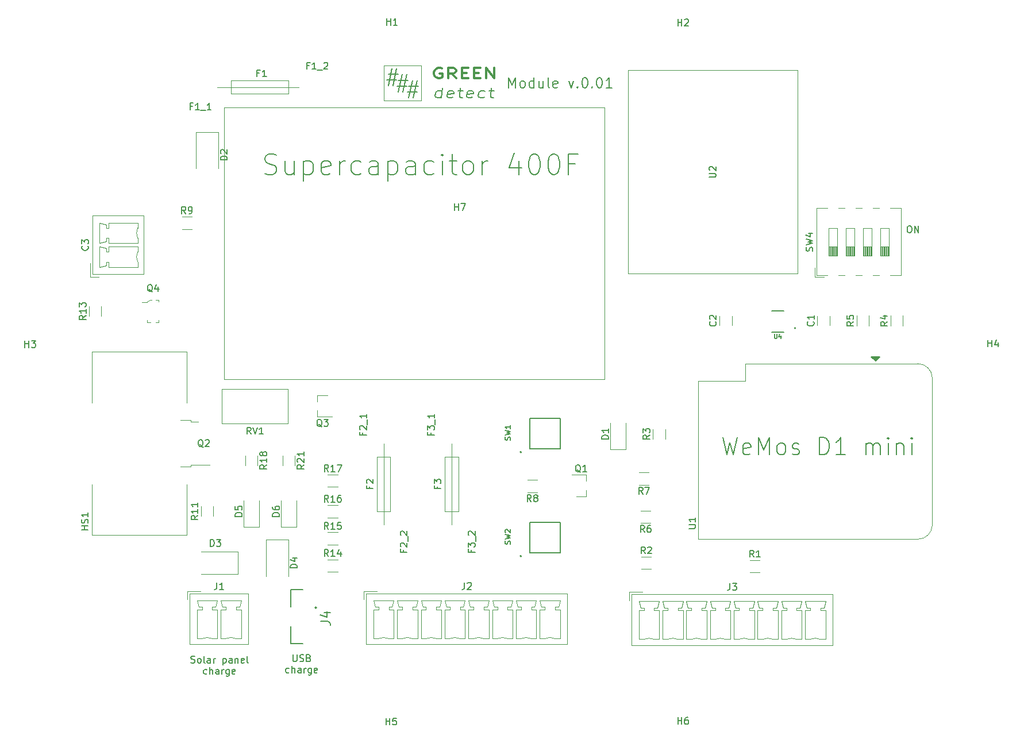
<source format=gbr>
G04 #@! TF.GenerationSoftware,KiCad,Pcbnew,(5.1.9)-1*
G04 #@! TF.CreationDate,2022-06-27T08:21:43+02:00*
G04 #@! TF.ProjectId,green_detect_3,67726565-6e5f-4646-9574-6563745f332e,0.00*
G04 #@! TF.SameCoordinates,Original*
G04 #@! TF.FileFunction,Legend,Top*
G04 #@! TF.FilePolarity,Positive*
%FSLAX46Y46*%
G04 Gerber Fmt 4.6, Leading zero omitted, Abs format (unit mm)*
G04 Created by KiCad (PCBNEW (5.1.9)-1) date 2022-06-27 08:21:43*
%MOMM*%
%LPD*%
G01*
G04 APERTURE LIST*
%ADD10C,0.150000*%
%ADD11C,0.300000*%
%ADD12C,0.120000*%
%ADD13C,0.100000*%
%ADD14C,0.127000*%
%ADD15C,0.200000*%
G04 APERTURE END LIST*
D10*
X111638095Y-136627380D02*
X111638095Y-137436904D01*
X111685714Y-137532142D01*
X111733333Y-137579761D01*
X111828571Y-137627380D01*
X112019047Y-137627380D01*
X112114285Y-137579761D01*
X112161904Y-137532142D01*
X112209523Y-137436904D01*
X112209523Y-136627380D01*
X112638095Y-137579761D02*
X112780952Y-137627380D01*
X113019047Y-137627380D01*
X113114285Y-137579761D01*
X113161904Y-137532142D01*
X113209523Y-137436904D01*
X113209523Y-137341666D01*
X113161904Y-137246428D01*
X113114285Y-137198809D01*
X113019047Y-137151190D01*
X112828571Y-137103571D01*
X112733333Y-137055952D01*
X112685714Y-137008333D01*
X112638095Y-136913095D01*
X112638095Y-136817857D01*
X112685714Y-136722619D01*
X112733333Y-136675000D01*
X112828571Y-136627380D01*
X113066666Y-136627380D01*
X113209523Y-136675000D01*
X113971428Y-137103571D02*
X114114285Y-137151190D01*
X114161904Y-137198809D01*
X114209523Y-137294047D01*
X114209523Y-137436904D01*
X114161904Y-137532142D01*
X114114285Y-137579761D01*
X114019047Y-137627380D01*
X113638095Y-137627380D01*
X113638095Y-136627380D01*
X113971428Y-136627380D01*
X114066666Y-136675000D01*
X114114285Y-136722619D01*
X114161904Y-136817857D01*
X114161904Y-136913095D01*
X114114285Y-137008333D01*
X114066666Y-137055952D01*
X113971428Y-137103571D01*
X113638095Y-137103571D01*
X111042857Y-139229761D02*
X110947619Y-139277380D01*
X110757142Y-139277380D01*
X110661904Y-139229761D01*
X110614285Y-139182142D01*
X110566666Y-139086904D01*
X110566666Y-138801190D01*
X110614285Y-138705952D01*
X110661904Y-138658333D01*
X110757142Y-138610714D01*
X110947619Y-138610714D01*
X111042857Y-138658333D01*
X111471428Y-139277380D02*
X111471428Y-138277380D01*
X111900000Y-139277380D02*
X111900000Y-138753571D01*
X111852380Y-138658333D01*
X111757142Y-138610714D01*
X111614285Y-138610714D01*
X111519047Y-138658333D01*
X111471428Y-138705952D01*
X112804761Y-139277380D02*
X112804761Y-138753571D01*
X112757142Y-138658333D01*
X112661904Y-138610714D01*
X112471428Y-138610714D01*
X112376190Y-138658333D01*
X112804761Y-139229761D02*
X112709523Y-139277380D01*
X112471428Y-139277380D01*
X112376190Y-139229761D01*
X112328571Y-139134523D01*
X112328571Y-139039285D01*
X112376190Y-138944047D01*
X112471428Y-138896428D01*
X112709523Y-138896428D01*
X112804761Y-138848809D01*
X113280952Y-139277380D02*
X113280952Y-138610714D01*
X113280952Y-138801190D02*
X113328571Y-138705952D01*
X113376190Y-138658333D01*
X113471428Y-138610714D01*
X113566666Y-138610714D01*
X114328571Y-138610714D02*
X114328571Y-139420238D01*
X114280952Y-139515476D01*
X114233333Y-139563095D01*
X114138095Y-139610714D01*
X113995238Y-139610714D01*
X113900000Y-139563095D01*
X114328571Y-139229761D02*
X114233333Y-139277380D01*
X114042857Y-139277380D01*
X113947619Y-139229761D01*
X113900000Y-139182142D01*
X113852380Y-139086904D01*
X113852380Y-138801190D01*
X113900000Y-138705952D01*
X113947619Y-138658333D01*
X114042857Y-138610714D01*
X114233333Y-138610714D01*
X114328571Y-138658333D01*
X115185714Y-139229761D02*
X115090476Y-139277380D01*
X114900000Y-139277380D01*
X114804761Y-139229761D01*
X114757142Y-139134523D01*
X114757142Y-138753571D01*
X114804761Y-138658333D01*
X114900000Y-138610714D01*
X115090476Y-138610714D01*
X115185714Y-138658333D01*
X115233333Y-138753571D01*
X115233333Y-138848809D01*
X114757142Y-138944047D01*
X96609523Y-137779761D02*
X96752380Y-137827380D01*
X96990476Y-137827380D01*
X97085714Y-137779761D01*
X97133333Y-137732142D01*
X97180952Y-137636904D01*
X97180952Y-137541666D01*
X97133333Y-137446428D01*
X97085714Y-137398809D01*
X96990476Y-137351190D01*
X96800000Y-137303571D01*
X96704761Y-137255952D01*
X96657142Y-137208333D01*
X96609523Y-137113095D01*
X96609523Y-137017857D01*
X96657142Y-136922619D01*
X96704761Y-136875000D01*
X96800000Y-136827380D01*
X97038095Y-136827380D01*
X97180952Y-136875000D01*
X97752380Y-137827380D02*
X97657142Y-137779761D01*
X97609523Y-137732142D01*
X97561904Y-137636904D01*
X97561904Y-137351190D01*
X97609523Y-137255952D01*
X97657142Y-137208333D01*
X97752380Y-137160714D01*
X97895238Y-137160714D01*
X97990476Y-137208333D01*
X98038095Y-137255952D01*
X98085714Y-137351190D01*
X98085714Y-137636904D01*
X98038095Y-137732142D01*
X97990476Y-137779761D01*
X97895238Y-137827380D01*
X97752380Y-137827380D01*
X98657142Y-137827380D02*
X98561904Y-137779761D01*
X98514285Y-137684523D01*
X98514285Y-136827380D01*
X99466666Y-137827380D02*
X99466666Y-137303571D01*
X99419047Y-137208333D01*
X99323809Y-137160714D01*
X99133333Y-137160714D01*
X99038095Y-137208333D01*
X99466666Y-137779761D02*
X99371428Y-137827380D01*
X99133333Y-137827380D01*
X99038095Y-137779761D01*
X98990476Y-137684523D01*
X98990476Y-137589285D01*
X99038095Y-137494047D01*
X99133333Y-137446428D01*
X99371428Y-137446428D01*
X99466666Y-137398809D01*
X99942857Y-137827380D02*
X99942857Y-137160714D01*
X99942857Y-137351190D02*
X99990476Y-137255952D01*
X100038095Y-137208333D01*
X100133333Y-137160714D01*
X100228571Y-137160714D01*
X101323809Y-137160714D02*
X101323809Y-138160714D01*
X101323809Y-137208333D02*
X101419047Y-137160714D01*
X101609523Y-137160714D01*
X101704761Y-137208333D01*
X101752380Y-137255952D01*
X101800000Y-137351190D01*
X101800000Y-137636904D01*
X101752380Y-137732142D01*
X101704761Y-137779761D01*
X101609523Y-137827380D01*
X101419047Y-137827380D01*
X101323809Y-137779761D01*
X102657142Y-137827380D02*
X102657142Y-137303571D01*
X102609523Y-137208333D01*
X102514285Y-137160714D01*
X102323809Y-137160714D01*
X102228571Y-137208333D01*
X102657142Y-137779761D02*
X102561904Y-137827380D01*
X102323809Y-137827380D01*
X102228571Y-137779761D01*
X102180952Y-137684523D01*
X102180952Y-137589285D01*
X102228571Y-137494047D01*
X102323809Y-137446428D01*
X102561904Y-137446428D01*
X102657142Y-137398809D01*
X103133333Y-137160714D02*
X103133333Y-137827380D01*
X103133333Y-137255952D02*
X103180952Y-137208333D01*
X103276190Y-137160714D01*
X103419047Y-137160714D01*
X103514285Y-137208333D01*
X103561904Y-137303571D01*
X103561904Y-137827380D01*
X104419047Y-137779761D02*
X104323809Y-137827380D01*
X104133333Y-137827380D01*
X104038095Y-137779761D01*
X103990476Y-137684523D01*
X103990476Y-137303571D01*
X104038095Y-137208333D01*
X104133333Y-137160714D01*
X104323809Y-137160714D01*
X104419047Y-137208333D01*
X104466666Y-137303571D01*
X104466666Y-137398809D01*
X103990476Y-137494047D01*
X105038095Y-137827380D02*
X104942857Y-137779761D01*
X104895238Y-137684523D01*
X104895238Y-136827380D01*
X98942857Y-139429761D02*
X98847619Y-139477380D01*
X98657142Y-139477380D01*
X98561904Y-139429761D01*
X98514285Y-139382142D01*
X98466666Y-139286904D01*
X98466666Y-139001190D01*
X98514285Y-138905952D01*
X98561904Y-138858333D01*
X98657142Y-138810714D01*
X98847619Y-138810714D01*
X98942857Y-138858333D01*
X99371428Y-139477380D02*
X99371428Y-138477380D01*
X99800000Y-139477380D02*
X99800000Y-138953571D01*
X99752380Y-138858333D01*
X99657142Y-138810714D01*
X99514285Y-138810714D01*
X99419047Y-138858333D01*
X99371428Y-138905952D01*
X100704761Y-139477380D02*
X100704761Y-138953571D01*
X100657142Y-138858333D01*
X100561904Y-138810714D01*
X100371428Y-138810714D01*
X100276190Y-138858333D01*
X100704761Y-139429761D02*
X100609523Y-139477380D01*
X100371428Y-139477380D01*
X100276190Y-139429761D01*
X100228571Y-139334523D01*
X100228571Y-139239285D01*
X100276190Y-139144047D01*
X100371428Y-139096428D01*
X100609523Y-139096428D01*
X100704761Y-139048809D01*
X101180952Y-139477380D02*
X101180952Y-138810714D01*
X101180952Y-139001190D02*
X101228571Y-138905952D01*
X101276190Y-138858333D01*
X101371428Y-138810714D01*
X101466666Y-138810714D01*
X102228571Y-138810714D02*
X102228571Y-139620238D01*
X102180952Y-139715476D01*
X102133333Y-139763095D01*
X102038095Y-139810714D01*
X101895238Y-139810714D01*
X101800000Y-139763095D01*
X102228571Y-139429761D02*
X102133333Y-139477380D01*
X101942857Y-139477380D01*
X101847619Y-139429761D01*
X101800000Y-139382142D01*
X101752380Y-139286904D01*
X101752380Y-139001190D01*
X101800000Y-138905952D01*
X101847619Y-138858333D01*
X101942857Y-138810714D01*
X102133333Y-138810714D01*
X102228571Y-138858333D01*
X103085714Y-139429761D02*
X102990476Y-139477380D01*
X102800000Y-139477380D01*
X102704761Y-139429761D01*
X102657142Y-139334523D01*
X102657142Y-138953571D01*
X102704761Y-138858333D01*
X102800000Y-138810714D01*
X102990476Y-138810714D01*
X103085714Y-138858333D01*
X103133333Y-138953571D01*
X103133333Y-139048809D01*
X102657142Y-139144047D01*
X143428571Y-53078571D02*
X143428571Y-51578571D01*
X143928571Y-52650000D01*
X144428571Y-51578571D01*
X144428571Y-53078571D01*
X145357142Y-53078571D02*
X145214285Y-53007142D01*
X145142857Y-52935714D01*
X145071428Y-52792857D01*
X145071428Y-52364285D01*
X145142857Y-52221428D01*
X145214285Y-52150000D01*
X145357142Y-52078571D01*
X145571428Y-52078571D01*
X145714285Y-52150000D01*
X145785714Y-52221428D01*
X145857142Y-52364285D01*
X145857142Y-52792857D01*
X145785714Y-52935714D01*
X145714285Y-53007142D01*
X145571428Y-53078571D01*
X145357142Y-53078571D01*
X147142857Y-53078571D02*
X147142857Y-51578571D01*
X147142857Y-53007142D02*
X147000000Y-53078571D01*
X146714285Y-53078571D01*
X146571428Y-53007142D01*
X146500000Y-52935714D01*
X146428571Y-52792857D01*
X146428571Y-52364285D01*
X146500000Y-52221428D01*
X146571428Y-52150000D01*
X146714285Y-52078571D01*
X147000000Y-52078571D01*
X147142857Y-52150000D01*
X148500000Y-52078571D02*
X148500000Y-53078571D01*
X147857142Y-52078571D02*
X147857142Y-52864285D01*
X147928571Y-53007142D01*
X148071428Y-53078571D01*
X148285714Y-53078571D01*
X148428571Y-53007142D01*
X148500000Y-52935714D01*
X149428571Y-53078571D02*
X149285714Y-53007142D01*
X149214285Y-52864285D01*
X149214285Y-51578571D01*
X150571428Y-53007142D02*
X150428571Y-53078571D01*
X150142857Y-53078571D01*
X150000000Y-53007142D01*
X149928571Y-52864285D01*
X149928571Y-52292857D01*
X150000000Y-52150000D01*
X150142857Y-52078571D01*
X150428571Y-52078571D01*
X150571428Y-52150000D01*
X150642857Y-52292857D01*
X150642857Y-52435714D01*
X149928571Y-52578571D01*
X152285714Y-52078571D02*
X152642857Y-53078571D01*
X153000000Y-52078571D01*
X153571428Y-52935714D02*
X153642857Y-53007142D01*
X153571428Y-53078571D01*
X153500000Y-53007142D01*
X153571428Y-52935714D01*
X153571428Y-53078571D01*
X154571428Y-51578571D02*
X154714285Y-51578571D01*
X154857142Y-51650000D01*
X154928571Y-51721428D01*
X155000000Y-51864285D01*
X155071428Y-52150000D01*
X155071428Y-52507142D01*
X155000000Y-52792857D01*
X154928571Y-52935714D01*
X154857142Y-53007142D01*
X154714285Y-53078571D01*
X154571428Y-53078571D01*
X154428571Y-53007142D01*
X154357142Y-52935714D01*
X154285714Y-52792857D01*
X154214285Y-52507142D01*
X154214285Y-52150000D01*
X154285714Y-51864285D01*
X154357142Y-51721428D01*
X154428571Y-51650000D01*
X154571428Y-51578571D01*
X155714285Y-52935714D02*
X155785714Y-53007142D01*
X155714285Y-53078571D01*
X155642857Y-53007142D01*
X155714285Y-52935714D01*
X155714285Y-53078571D01*
X156714285Y-51578571D02*
X156857142Y-51578571D01*
X157000000Y-51650000D01*
X157071428Y-51721428D01*
X157142857Y-51864285D01*
X157214285Y-52150000D01*
X157214285Y-52507142D01*
X157142857Y-52792857D01*
X157071428Y-52935714D01*
X157000000Y-53007142D01*
X156857142Y-53078571D01*
X156714285Y-53078571D01*
X156571428Y-53007142D01*
X156500000Y-52935714D01*
X156428571Y-52792857D01*
X156357142Y-52507142D01*
X156357142Y-52150000D01*
X156428571Y-51864285D01*
X156500000Y-51721428D01*
X156571428Y-51650000D01*
X156714285Y-51578571D01*
X158642857Y-53078571D02*
X157785714Y-53078571D01*
X158214285Y-53078571D02*
X158214285Y-51578571D01*
X158071428Y-51792857D01*
X157928571Y-51935714D01*
X157785714Y-52007142D01*
X133470401Y-54578571D02*
X133657901Y-53078571D01*
X133479330Y-54507142D02*
X133279925Y-54578571D01*
X132898973Y-54578571D01*
X132717425Y-54507142D01*
X132631116Y-54435714D01*
X132553735Y-54292857D01*
X132607306Y-53864285D01*
X132720401Y-53721428D01*
X132824568Y-53650000D01*
X133023973Y-53578571D01*
X133404925Y-53578571D01*
X133586473Y-53650000D01*
X135193616Y-54507142D02*
X134994211Y-54578571D01*
X134613258Y-54578571D01*
X134431711Y-54507142D01*
X134354330Y-54364285D01*
X134425758Y-53792857D01*
X134538854Y-53650000D01*
X134738258Y-53578571D01*
X135119211Y-53578571D01*
X135300758Y-53650000D01*
X135378139Y-53792857D01*
X135360282Y-53935714D01*
X134390044Y-54078571D01*
X135976354Y-53578571D02*
X136738258Y-53578571D01*
X136324568Y-53078571D02*
X136163854Y-54364285D01*
X136241235Y-54507142D01*
X136422782Y-54578571D01*
X136613258Y-54578571D01*
X138050758Y-54507142D02*
X137851354Y-54578571D01*
X137470401Y-54578571D01*
X137288854Y-54507142D01*
X137211473Y-54364285D01*
X137282901Y-53792857D01*
X137395997Y-53650000D01*
X137595401Y-53578571D01*
X137976354Y-53578571D01*
X138157901Y-53650000D01*
X138235282Y-53792857D01*
X138217425Y-53935714D01*
X137247187Y-54078571D01*
X139860282Y-54507142D02*
X139660877Y-54578571D01*
X139279925Y-54578571D01*
X139098377Y-54507142D01*
X139012068Y-54435714D01*
X138934687Y-54292857D01*
X138988258Y-53864285D01*
X139101354Y-53721428D01*
X139205520Y-53650000D01*
X139404925Y-53578571D01*
X139785877Y-53578571D01*
X139967425Y-53650000D01*
X140547782Y-53578571D02*
X141309687Y-53578571D01*
X140895997Y-53078571D02*
X140735282Y-54364285D01*
X140812663Y-54507142D01*
X140994211Y-54578571D01*
X141184687Y-54578571D01*
D11*
X133566666Y-50250000D02*
X133376190Y-50178571D01*
X133090476Y-50178571D01*
X132804761Y-50250000D01*
X132614285Y-50392857D01*
X132519047Y-50535714D01*
X132423809Y-50821428D01*
X132423809Y-51035714D01*
X132519047Y-51321428D01*
X132614285Y-51464285D01*
X132804761Y-51607142D01*
X133090476Y-51678571D01*
X133280952Y-51678571D01*
X133566666Y-51607142D01*
X133661904Y-51535714D01*
X133661904Y-51035714D01*
X133280952Y-51035714D01*
X135661904Y-51678571D02*
X134995238Y-50964285D01*
X134519047Y-51678571D02*
X134519047Y-50178571D01*
X135280952Y-50178571D01*
X135471428Y-50250000D01*
X135566666Y-50321428D01*
X135661904Y-50464285D01*
X135661904Y-50678571D01*
X135566666Y-50821428D01*
X135471428Y-50892857D01*
X135280952Y-50964285D01*
X134519047Y-50964285D01*
X136519047Y-50892857D02*
X137185714Y-50892857D01*
X137471428Y-51678571D02*
X136519047Y-51678571D01*
X136519047Y-50178571D01*
X137471428Y-50178571D01*
X138328571Y-50892857D02*
X138995238Y-50892857D01*
X139280952Y-51678571D02*
X138328571Y-51678571D01*
X138328571Y-50178571D01*
X139280952Y-50178571D01*
X140138095Y-51678571D02*
X140138095Y-50178571D01*
X141280952Y-51678571D01*
X141280952Y-50178571D01*
D10*
X128680952Y-52871428D02*
X130109523Y-52871428D01*
X129252380Y-52014285D02*
X128680952Y-54585714D01*
X129919047Y-53728571D02*
X128490476Y-53728571D01*
X129347619Y-54585714D02*
X129919047Y-52014285D01*
X127180952Y-51971428D02*
X128609523Y-51971428D01*
X127752380Y-51114285D02*
X127180952Y-53685714D01*
X128419047Y-52828571D02*
X126990476Y-52828571D01*
X127847619Y-53685714D02*
X128419047Y-51114285D01*
X125680952Y-51071428D02*
X127109523Y-51071428D01*
X126252380Y-50214285D02*
X125680952Y-52785714D01*
X126919047Y-51928571D02*
X125490476Y-51928571D01*
X126347619Y-52785714D02*
X126919047Y-50214285D01*
D12*
X125000000Y-55000000D02*
X125000000Y-49800000D01*
X130500000Y-55000000D02*
X125000000Y-55000000D01*
X130500000Y-49800000D02*
X130500000Y-55000000D01*
X125000000Y-49800000D02*
X130500000Y-49800000D01*
D10*
X132928571Y-111833333D02*
X132928571Y-112166666D01*
X133452380Y-112166666D02*
X132452380Y-112166666D01*
X132452380Y-111690476D01*
X132452380Y-111404761D02*
X132452380Y-110785714D01*
X132833333Y-111119047D01*
X132833333Y-110976190D01*
X132880952Y-110880952D01*
X132928571Y-110833333D01*
X133023809Y-110785714D01*
X133261904Y-110785714D01*
X133357142Y-110833333D01*
X133404761Y-110880952D01*
X133452380Y-110976190D01*
X133452380Y-111261904D01*
X133404761Y-111357142D01*
X133357142Y-111404761D01*
X122928571Y-111833333D02*
X122928571Y-112166666D01*
X123452380Y-112166666D02*
X122452380Y-112166666D01*
X122452380Y-111690476D01*
X122547619Y-111357142D02*
X122500000Y-111309523D01*
X122452380Y-111214285D01*
X122452380Y-110976190D01*
X122500000Y-110880952D01*
X122547619Y-110833333D01*
X122642857Y-110785714D01*
X122738095Y-110785714D01*
X122880952Y-110833333D01*
X123452380Y-111404761D01*
X123452380Y-110785714D01*
D12*
X134000000Y-115500000D02*
X134000000Y-107500000D01*
X136000000Y-115500000D02*
X134000000Y-115500000D01*
X136000000Y-107500000D02*
X136000000Y-115500000D01*
X134000000Y-107500000D02*
X136000000Y-107500000D01*
X124000000Y-115500000D02*
X124000000Y-107500000D01*
X126000000Y-115500000D02*
X124000000Y-115500000D01*
X126000000Y-107500000D02*
X126000000Y-115500000D01*
X124000000Y-107500000D02*
X126000000Y-107500000D01*
X135000000Y-105500000D02*
X135000000Y-117500000D01*
X125000000Y-105500000D02*
X125000000Y-117500000D01*
D10*
X106666666Y-50928571D02*
X106333333Y-50928571D01*
X106333333Y-51452380D02*
X106333333Y-50452380D01*
X106809523Y-50452380D01*
X107714285Y-51452380D02*
X107142857Y-51452380D01*
X107428571Y-51452380D02*
X107428571Y-50452380D01*
X107333333Y-50595238D01*
X107238095Y-50690476D01*
X107142857Y-50738095D01*
D12*
X102500000Y-54000000D02*
X102500000Y-52000000D01*
X111000000Y-54000000D02*
X102500000Y-54000000D01*
X111000000Y-52000000D02*
X111000000Y-54000000D01*
X102500000Y-52000000D02*
X111000000Y-52000000D01*
X100500000Y-53000000D02*
X112500000Y-53000000D01*
D10*
X107500000Y-65714285D02*
X107928571Y-65857142D01*
X108642857Y-65857142D01*
X108928571Y-65714285D01*
X109071428Y-65571428D01*
X109214285Y-65285714D01*
X109214285Y-65000000D01*
X109071428Y-64714285D01*
X108928571Y-64571428D01*
X108642857Y-64428571D01*
X108071428Y-64285714D01*
X107785714Y-64142857D01*
X107642857Y-64000000D01*
X107500000Y-63714285D01*
X107500000Y-63428571D01*
X107642857Y-63142857D01*
X107785714Y-63000000D01*
X108071428Y-62857142D01*
X108785714Y-62857142D01*
X109214285Y-63000000D01*
X111785714Y-63857142D02*
X111785714Y-65857142D01*
X110500000Y-63857142D02*
X110500000Y-65428571D01*
X110642857Y-65714285D01*
X110928571Y-65857142D01*
X111357142Y-65857142D01*
X111642857Y-65714285D01*
X111785714Y-65571428D01*
X113214285Y-63857142D02*
X113214285Y-66857142D01*
X113214285Y-64000000D02*
X113500000Y-63857142D01*
X114071428Y-63857142D01*
X114357142Y-64000000D01*
X114500000Y-64142857D01*
X114642857Y-64428571D01*
X114642857Y-65285714D01*
X114500000Y-65571428D01*
X114357142Y-65714285D01*
X114071428Y-65857142D01*
X113500000Y-65857142D01*
X113214285Y-65714285D01*
X117071428Y-65714285D02*
X116785714Y-65857142D01*
X116214285Y-65857142D01*
X115928571Y-65714285D01*
X115785714Y-65428571D01*
X115785714Y-64285714D01*
X115928571Y-64000000D01*
X116214285Y-63857142D01*
X116785714Y-63857142D01*
X117071428Y-64000000D01*
X117214285Y-64285714D01*
X117214285Y-64571428D01*
X115785714Y-64857142D01*
X118500000Y-65857142D02*
X118500000Y-63857142D01*
X118500000Y-64428571D02*
X118642857Y-64142857D01*
X118785714Y-64000000D01*
X119071428Y-63857142D01*
X119357142Y-63857142D01*
X121642857Y-65714285D02*
X121357142Y-65857142D01*
X120785714Y-65857142D01*
X120500000Y-65714285D01*
X120357142Y-65571428D01*
X120214285Y-65285714D01*
X120214285Y-64428571D01*
X120357142Y-64142857D01*
X120500000Y-64000000D01*
X120785714Y-63857142D01*
X121357142Y-63857142D01*
X121642857Y-64000000D01*
X124214285Y-65857142D02*
X124214285Y-64285714D01*
X124071428Y-64000000D01*
X123785714Y-63857142D01*
X123214285Y-63857142D01*
X122928571Y-64000000D01*
X124214285Y-65714285D02*
X123928571Y-65857142D01*
X123214285Y-65857142D01*
X122928571Y-65714285D01*
X122785714Y-65428571D01*
X122785714Y-65142857D01*
X122928571Y-64857142D01*
X123214285Y-64714285D01*
X123928571Y-64714285D01*
X124214285Y-64571428D01*
X125642857Y-63857142D02*
X125642857Y-66857142D01*
X125642857Y-64000000D02*
X125928571Y-63857142D01*
X126500000Y-63857142D01*
X126785714Y-64000000D01*
X126928571Y-64142857D01*
X127071428Y-64428571D01*
X127071428Y-65285714D01*
X126928571Y-65571428D01*
X126785714Y-65714285D01*
X126500000Y-65857142D01*
X125928571Y-65857142D01*
X125642857Y-65714285D01*
X129642857Y-65857142D02*
X129642857Y-64285714D01*
X129500000Y-64000000D01*
X129214285Y-63857142D01*
X128642857Y-63857142D01*
X128357142Y-64000000D01*
X129642857Y-65714285D02*
X129357142Y-65857142D01*
X128642857Y-65857142D01*
X128357142Y-65714285D01*
X128214285Y-65428571D01*
X128214285Y-65142857D01*
X128357142Y-64857142D01*
X128642857Y-64714285D01*
X129357142Y-64714285D01*
X129642857Y-64571428D01*
X132357142Y-65714285D02*
X132071428Y-65857142D01*
X131500000Y-65857142D01*
X131214285Y-65714285D01*
X131071428Y-65571428D01*
X130928571Y-65285714D01*
X130928571Y-64428571D01*
X131071428Y-64142857D01*
X131214285Y-64000000D01*
X131500000Y-63857142D01*
X132071428Y-63857142D01*
X132357142Y-64000000D01*
X133642857Y-65857142D02*
X133642857Y-63857142D01*
X133642857Y-62857142D02*
X133500000Y-63000000D01*
X133642857Y-63142857D01*
X133785714Y-63000000D01*
X133642857Y-62857142D01*
X133642857Y-63142857D01*
X134642857Y-63857142D02*
X135785714Y-63857142D01*
X135071428Y-62857142D02*
X135071428Y-65428571D01*
X135214285Y-65714285D01*
X135500000Y-65857142D01*
X135785714Y-65857142D01*
X137214285Y-65857142D02*
X136928571Y-65714285D01*
X136785714Y-65571428D01*
X136642857Y-65285714D01*
X136642857Y-64428571D01*
X136785714Y-64142857D01*
X136928571Y-64000000D01*
X137214285Y-63857142D01*
X137642857Y-63857142D01*
X137928571Y-64000000D01*
X138071428Y-64142857D01*
X138214285Y-64428571D01*
X138214285Y-65285714D01*
X138071428Y-65571428D01*
X137928571Y-65714285D01*
X137642857Y-65857142D01*
X137214285Y-65857142D01*
X139500000Y-65857142D02*
X139500000Y-63857142D01*
X139500000Y-64428571D02*
X139642857Y-64142857D01*
X139785714Y-64000000D01*
X140071428Y-63857142D01*
X140357142Y-63857142D01*
X144928571Y-63857142D02*
X144928571Y-65857142D01*
X144214285Y-62714285D02*
X143500000Y-64857142D01*
X145357142Y-64857142D01*
X147071428Y-62857142D02*
X147357142Y-62857142D01*
X147642857Y-63000000D01*
X147785714Y-63142857D01*
X147928571Y-63428571D01*
X148071428Y-64000000D01*
X148071428Y-64714285D01*
X147928571Y-65285714D01*
X147785714Y-65571428D01*
X147642857Y-65714285D01*
X147357142Y-65857142D01*
X147071428Y-65857142D01*
X146785714Y-65714285D01*
X146642857Y-65571428D01*
X146500000Y-65285714D01*
X146357142Y-64714285D01*
X146357142Y-64000000D01*
X146500000Y-63428571D01*
X146642857Y-63142857D01*
X146785714Y-63000000D01*
X147071428Y-62857142D01*
X149928571Y-62857142D02*
X150214285Y-62857142D01*
X150500000Y-63000000D01*
X150642857Y-63142857D01*
X150785714Y-63428571D01*
X150928571Y-64000000D01*
X150928571Y-64714285D01*
X150785714Y-65285714D01*
X150642857Y-65571428D01*
X150500000Y-65714285D01*
X150214285Y-65857142D01*
X149928571Y-65857142D01*
X149642857Y-65714285D01*
X149500000Y-65571428D01*
X149357142Y-65285714D01*
X149214285Y-64714285D01*
X149214285Y-64000000D01*
X149357142Y-63428571D01*
X149500000Y-63142857D01*
X149642857Y-63000000D01*
X149928571Y-62857142D01*
X153214285Y-64285714D02*
X152214285Y-64285714D01*
X152214285Y-65857142D02*
X152214285Y-62857142D01*
X153642857Y-62857142D01*
X174952380Y-104630952D02*
X175547619Y-107130952D01*
X176023809Y-105345238D01*
X176500000Y-107130952D01*
X177095238Y-104630952D01*
X179000000Y-107011904D02*
X178761904Y-107130952D01*
X178285714Y-107130952D01*
X178047619Y-107011904D01*
X177928571Y-106773809D01*
X177928571Y-105821428D01*
X178047619Y-105583333D01*
X178285714Y-105464285D01*
X178761904Y-105464285D01*
X179000000Y-105583333D01*
X179119047Y-105821428D01*
X179119047Y-106059523D01*
X177928571Y-106297619D01*
X180190476Y-107130952D02*
X180190476Y-104630952D01*
X181023809Y-106416666D01*
X181857142Y-104630952D01*
X181857142Y-107130952D01*
X183404761Y-107130952D02*
X183166666Y-107011904D01*
X183047619Y-106892857D01*
X182928571Y-106654761D01*
X182928571Y-105940476D01*
X183047619Y-105702380D01*
X183166666Y-105583333D01*
X183404761Y-105464285D01*
X183761904Y-105464285D01*
X184000000Y-105583333D01*
X184119047Y-105702380D01*
X184238095Y-105940476D01*
X184238095Y-106654761D01*
X184119047Y-106892857D01*
X184000000Y-107011904D01*
X183761904Y-107130952D01*
X183404761Y-107130952D01*
X185190476Y-107011904D02*
X185428571Y-107130952D01*
X185904761Y-107130952D01*
X186142857Y-107011904D01*
X186261904Y-106773809D01*
X186261904Y-106654761D01*
X186142857Y-106416666D01*
X185904761Y-106297619D01*
X185547619Y-106297619D01*
X185309523Y-106178571D01*
X185190476Y-105940476D01*
X185190476Y-105821428D01*
X185309523Y-105583333D01*
X185547619Y-105464285D01*
X185904761Y-105464285D01*
X186142857Y-105583333D01*
X189238095Y-107130952D02*
X189238095Y-104630952D01*
X189833333Y-104630952D01*
X190190476Y-104750000D01*
X190428571Y-104988095D01*
X190547619Y-105226190D01*
X190666666Y-105702380D01*
X190666666Y-106059523D01*
X190547619Y-106535714D01*
X190428571Y-106773809D01*
X190190476Y-107011904D01*
X189833333Y-107130952D01*
X189238095Y-107130952D01*
X193047619Y-107130952D02*
X191619047Y-107130952D01*
X192333333Y-107130952D02*
X192333333Y-104630952D01*
X192095238Y-104988095D01*
X191857142Y-105226190D01*
X191619047Y-105345238D01*
X196023809Y-107130952D02*
X196023809Y-105464285D01*
X196023809Y-105702380D02*
X196142857Y-105583333D01*
X196380952Y-105464285D01*
X196738095Y-105464285D01*
X196976190Y-105583333D01*
X197095238Y-105821428D01*
X197095238Y-107130952D01*
X197095238Y-105821428D02*
X197214285Y-105583333D01*
X197452380Y-105464285D01*
X197809523Y-105464285D01*
X198047619Y-105583333D01*
X198166666Y-105821428D01*
X198166666Y-107130952D01*
X199357142Y-107130952D02*
X199357142Y-105464285D01*
X199357142Y-104630952D02*
X199238095Y-104750000D01*
X199357142Y-104869047D01*
X199476190Y-104750000D01*
X199357142Y-104630952D01*
X199357142Y-104869047D01*
X200547619Y-105464285D02*
X200547619Y-107130952D01*
X200547619Y-105702380D02*
X200666666Y-105583333D01*
X200904761Y-105464285D01*
X201261904Y-105464285D01*
X201500000Y-105583333D01*
X201619047Y-105821428D01*
X201619047Y-107130952D01*
X202809523Y-107130952D02*
X202809523Y-105464285D01*
X202809523Y-104630952D02*
X202690476Y-104750000D01*
X202809523Y-104869047D01*
X202928571Y-104750000D01*
X202809523Y-104630952D01*
X202809523Y-104869047D01*
X202380952Y-73452380D02*
X202571428Y-73452380D01*
X202666666Y-73500000D01*
X202761904Y-73595238D01*
X202809523Y-73785714D01*
X202809523Y-74119047D01*
X202761904Y-74309523D01*
X202666666Y-74404761D01*
X202571428Y-74452380D01*
X202380952Y-74452380D01*
X202285714Y-74404761D01*
X202190476Y-74309523D01*
X202142857Y-74119047D01*
X202142857Y-73785714D01*
X202190476Y-73595238D01*
X202285714Y-73500000D01*
X202380952Y-73452380D01*
X203238095Y-74452380D02*
X203238095Y-73452380D01*
X203809523Y-74452380D01*
X203809523Y-73452380D01*
D12*
X161000000Y-50500000D02*
X186000000Y-50500000D01*
X161000000Y-80500000D02*
X161000000Y-50500000D01*
X186000000Y-80500000D02*
X161000000Y-80500000D01*
X186000000Y-50500000D02*
X186000000Y-80500000D01*
X157500000Y-96000000D02*
X101500000Y-96000000D01*
X157500000Y-56000000D02*
X157500000Y-96000000D01*
X101500000Y-56000000D02*
X157500000Y-56000000D01*
X101500000Y-96000000D02*
X101500000Y-56000000D01*
X81750000Y-80950000D02*
X81750000Y-78950000D01*
X83000000Y-80950000D02*
X81750000Y-80950000D01*
X88750000Y-73000000D02*
X88750000Y-73750000D01*
X84450000Y-73000000D02*
X88750000Y-73000000D01*
X84450000Y-73750000D02*
X84450000Y-73000000D01*
X84100000Y-73750000D02*
X84450000Y-73750000D01*
X84100000Y-73250000D02*
X84100000Y-73750000D01*
X83100000Y-73000000D02*
X84100000Y-73250000D01*
X83100000Y-76000000D02*
X83100000Y-73000000D01*
X84100000Y-75750000D02*
X83100000Y-76000000D01*
X84100000Y-75250000D02*
X84100000Y-75750000D01*
X84450000Y-75250000D02*
X84100000Y-75250000D01*
X84450000Y-76000000D02*
X84450000Y-75250000D01*
X88750000Y-76000000D02*
X84450000Y-76000000D01*
X88750000Y-75250000D02*
X88750000Y-76000000D01*
X88750000Y-76500000D02*
X88750000Y-77250000D01*
X84450000Y-76500000D02*
X88750000Y-76500000D01*
X84450000Y-77250000D02*
X84450000Y-76500000D01*
X84100000Y-77250000D02*
X84450000Y-77250000D01*
X84100000Y-76750000D02*
X84100000Y-77250000D01*
X83100000Y-76500000D02*
X84100000Y-76750000D01*
X83100000Y-79500000D02*
X83100000Y-76500000D01*
X84100000Y-79250000D02*
X83100000Y-79500000D01*
X84100000Y-78750000D02*
X84100000Y-79250000D01*
X84450000Y-78750000D02*
X84100000Y-78750000D01*
X84450000Y-79500000D02*
X84450000Y-78750000D01*
X88750000Y-79500000D02*
X84450000Y-79500000D01*
X88750000Y-78750000D02*
X88750000Y-79500000D01*
X82140000Y-71940000D02*
X82140000Y-80560000D01*
X89610000Y-71940000D02*
X82140000Y-71940000D01*
X89610000Y-80560000D02*
X89610000Y-71940000D01*
X82140000Y-80560000D02*
X89610000Y-80560000D01*
X88749845Y-73750353D02*
G75*
G03*
X88750000Y-75250000I1700155J-749647D01*
G01*
X88749845Y-77250353D02*
G75*
G03*
X88750000Y-78750000I1700155J-749647D01*
G01*
X110925000Y-102530000D02*
X101155000Y-102530000D01*
X110925000Y-97460000D02*
X101155000Y-97460000D01*
X110925000Y-102530000D02*
X110925000Y-97460000D01*
X101155000Y-102530000D02*
X101155000Y-97460000D01*
D13*
X90825000Y-84350000D02*
X90550000Y-84350000D01*
X90550000Y-84350000D02*
X90175000Y-84625000D01*
X90175000Y-84625000D02*
X90175000Y-84675000D01*
X90175000Y-84675000D02*
X89400000Y-84675000D01*
X90650000Y-87650000D02*
X90175000Y-87650000D01*
X90175000Y-87650000D02*
X90175000Y-87300000D01*
X91825000Y-87425000D02*
X91825000Y-87300000D01*
X91825000Y-87350000D02*
X91825000Y-87650000D01*
X91825000Y-87650000D02*
X91375000Y-87650000D01*
X91450000Y-84350000D02*
X91825000Y-84350000D01*
X91825000Y-84350000D02*
X91825000Y-84650000D01*
D12*
X171380000Y-96290000D02*
X171380000Y-119610000D01*
X178280000Y-93750000D02*
X203710000Y-93750000D01*
X171380000Y-119610000D02*
X203710000Y-119610000D01*
X205840000Y-117490000D02*
X205840000Y-95880000D01*
D10*
G36*
X198135000Y-92710000D02*
G01*
X196865000Y-92710000D01*
X197500000Y-93345000D01*
X198135000Y-92710000D01*
G37*
X198135000Y-92710000D02*
X196865000Y-92710000D01*
X197500000Y-93345000D01*
X198135000Y-92710000D01*
D12*
X178280000Y-93750000D02*
X178280000Y-96290000D01*
X178280000Y-96290000D02*
X171380000Y-96290000D01*
X205840000Y-117480000D02*
G75*
G02*
X203710000Y-119610000I-2130000J0D01*
G01*
X203710000Y-93750000D02*
G75*
G02*
X205840000Y-95880000I0J-2130000D01*
G01*
X198175000Y-76476667D02*
X199445000Y-76476667D01*
X199375000Y-77830000D02*
X199375000Y-76476667D01*
X199255000Y-77830000D02*
X199255000Y-76476667D01*
X199135000Y-77830000D02*
X199135000Y-76476667D01*
X199015000Y-77830000D02*
X199015000Y-76476667D01*
X198895000Y-77830000D02*
X198895000Y-76476667D01*
X198775000Y-77830000D02*
X198775000Y-76476667D01*
X198655000Y-77830000D02*
X198655000Y-76476667D01*
X198535000Y-77830000D02*
X198535000Y-76476667D01*
X198415000Y-77830000D02*
X198415000Y-76476667D01*
X198295000Y-77830000D02*
X198295000Y-76476667D01*
X198175000Y-73770000D02*
X198175000Y-77830000D01*
X199445000Y-73770000D02*
X198175000Y-73770000D01*
X199445000Y-77830000D02*
X199445000Y-73770000D01*
X198175000Y-77830000D02*
X199445000Y-77830000D01*
X195635000Y-76476667D02*
X196905000Y-76476667D01*
X196835000Y-77830000D02*
X196835000Y-76476667D01*
X196715000Y-77830000D02*
X196715000Y-76476667D01*
X196595000Y-77830000D02*
X196595000Y-76476667D01*
X196475000Y-77830000D02*
X196475000Y-76476667D01*
X196355000Y-77830000D02*
X196355000Y-76476667D01*
X196235000Y-77830000D02*
X196235000Y-76476667D01*
X196115000Y-77830000D02*
X196115000Y-76476667D01*
X195995000Y-77830000D02*
X195995000Y-76476667D01*
X195875000Y-77830000D02*
X195875000Y-76476667D01*
X195755000Y-77830000D02*
X195755000Y-76476667D01*
X195635000Y-73770000D02*
X195635000Y-77830000D01*
X196905000Y-73770000D02*
X195635000Y-73770000D01*
X196905000Y-77830000D02*
X196905000Y-73770000D01*
X195635000Y-77830000D02*
X196905000Y-77830000D01*
X193095000Y-76476667D02*
X194365000Y-76476667D01*
X194295000Y-77830000D02*
X194295000Y-76476667D01*
X194175000Y-77830000D02*
X194175000Y-76476667D01*
X194055000Y-77830000D02*
X194055000Y-76476667D01*
X193935000Y-77830000D02*
X193935000Y-76476667D01*
X193815000Y-77830000D02*
X193815000Y-76476667D01*
X193695000Y-77830000D02*
X193695000Y-76476667D01*
X193575000Y-77830000D02*
X193575000Y-76476667D01*
X193455000Y-77830000D02*
X193455000Y-76476667D01*
X193335000Y-77830000D02*
X193335000Y-76476667D01*
X193215000Y-77830000D02*
X193215000Y-76476667D01*
X193095000Y-73770000D02*
X193095000Y-77830000D01*
X194365000Y-73770000D02*
X193095000Y-73770000D01*
X194365000Y-77830000D02*
X194365000Y-73770000D01*
X193095000Y-77830000D02*
X194365000Y-77830000D01*
X190555000Y-76476667D02*
X191825000Y-76476667D01*
X191755000Y-77830000D02*
X191755000Y-76476667D01*
X191635000Y-77830000D02*
X191635000Y-76476667D01*
X191515000Y-77830000D02*
X191515000Y-76476667D01*
X191395000Y-77830000D02*
X191395000Y-76476667D01*
X191275000Y-77830000D02*
X191275000Y-76476667D01*
X191155000Y-77830000D02*
X191155000Y-76476667D01*
X191035000Y-77830000D02*
X191035000Y-76476667D01*
X190915000Y-77830000D02*
X190915000Y-76476667D01*
X190795000Y-77830000D02*
X190795000Y-76476667D01*
X190675000Y-77830000D02*
X190675000Y-76476667D01*
X190555000Y-73770000D02*
X190555000Y-77830000D01*
X191825000Y-73770000D02*
X190555000Y-73770000D01*
X191825000Y-77830000D02*
X191825000Y-73770000D01*
X190555000Y-77830000D02*
X191825000Y-77830000D01*
X188530000Y-80990000D02*
X189913000Y-80990000D01*
X188530000Y-80990000D02*
X188530000Y-79606000D01*
X191990000Y-70850000D02*
X192930000Y-70850000D01*
X188770000Y-70850000D02*
X190390000Y-70850000D01*
X194530000Y-70850000D02*
X195470000Y-70850000D01*
X197070000Y-70850000D02*
X198010000Y-70850000D01*
X199610000Y-70850000D02*
X201230000Y-70850000D01*
X199610000Y-80750000D02*
X201230000Y-80750000D01*
X197070000Y-80750000D02*
X198010000Y-80750000D01*
X194530000Y-80750000D02*
X195470000Y-80750000D01*
X191990000Y-80750000D02*
X192930000Y-80750000D01*
X188770000Y-80750000D02*
X190390000Y-80750000D01*
X201230000Y-80750000D02*
X201230000Y-70850000D01*
X188770000Y-80750000D02*
X188770000Y-70850000D01*
X110090000Y-107272936D02*
X110090000Y-108727064D01*
X111910000Y-107272936D02*
X111910000Y-108727064D01*
X104590000Y-107272936D02*
X104590000Y-108727064D01*
X106410000Y-107272936D02*
X106410000Y-108727064D01*
X116772936Y-111910000D02*
X118227064Y-111910000D01*
X116772936Y-110090000D02*
X118227064Y-110090000D01*
X116772936Y-116410000D02*
X118227064Y-116410000D01*
X116772936Y-114590000D02*
X118227064Y-114590000D01*
X116772936Y-120410000D02*
X118227064Y-120410000D01*
X116772936Y-118590000D02*
X118227064Y-118590000D01*
X116772936Y-124410000D02*
X118227064Y-124410000D01*
X116772936Y-122590000D02*
X118227064Y-122590000D01*
X112135000Y-117785000D02*
X112135000Y-113900000D01*
X109865000Y-117785000D02*
X112135000Y-117785000D01*
X109865000Y-113900000D02*
X109865000Y-117785000D01*
X106635000Y-117785000D02*
X106635000Y-113900000D01*
X104365000Y-117785000D02*
X106635000Y-117785000D01*
X104365000Y-113900000D02*
X104365000Y-117785000D01*
X110950000Y-119700000D02*
X110950000Y-125100000D01*
X107650000Y-119700000D02*
X107650000Y-125100000D01*
X110950000Y-119700000D02*
X107650000Y-119700000D01*
X103500000Y-124750000D02*
X98100000Y-124750000D01*
X103500000Y-121450000D02*
X98100000Y-121450000D01*
X103500000Y-124750000D02*
X103500000Y-121450000D01*
D14*
X113130000Y-127000000D02*
X111350000Y-127000000D01*
X111350000Y-127000000D02*
X111350000Y-129580000D01*
X113130000Y-135000000D02*
X111350000Y-135000000D01*
X111350000Y-135000000D02*
X111350000Y-132420000D01*
D15*
X115100000Y-129700000D02*
G75*
G03*
X115100000Y-129700000I-100000J0D01*
G01*
D12*
X96000000Y-99500000D02*
X96000000Y-92000000D01*
X96000000Y-119000000D02*
X96000000Y-111500000D01*
X82000000Y-99500000D02*
X82000000Y-92000000D01*
X96000000Y-119000000D02*
X82000000Y-119000000D01*
X82000000Y-119000000D02*
X82000000Y-111500000D01*
X82000000Y-92000000D02*
X96000000Y-92000000D01*
X115240000Y-98420000D02*
X116700000Y-98420000D01*
X115240000Y-101580000D02*
X117400000Y-101580000D01*
X115240000Y-101580000D02*
X115240000Y-100650000D01*
X115240000Y-98420000D02*
X115240000Y-99350000D01*
D14*
X183980000Y-89070000D02*
X182220000Y-89070000D01*
X183980000Y-85930000D02*
X182220000Y-85930000D01*
D15*
X185700000Y-88500000D02*
G75*
G03*
X185700000Y-88500000I-100000J0D01*
G01*
X145300000Y-122100000D02*
G75*
G03*
X145300000Y-122100000I-100000J0D01*
G01*
D14*
X146550000Y-121650000D02*
X151050000Y-121650000D01*
X146550000Y-121650000D02*
X146550000Y-117150000D01*
X151050000Y-117150000D02*
X146550000Y-117150000D01*
X151050000Y-117150000D02*
X151050000Y-121650000D01*
D15*
X145300000Y-106770000D02*
G75*
G03*
X145300000Y-106770000I-100000J0D01*
G01*
D14*
X146550000Y-106320000D02*
X151050000Y-106320000D01*
X146550000Y-106320000D02*
X146550000Y-101820000D01*
X151050000Y-101820000D02*
X146550000Y-101820000D01*
X151050000Y-101820000D02*
X151050000Y-106320000D01*
D12*
X83410000Y-86727064D02*
X83410000Y-85272936D01*
X81590000Y-86727064D02*
X81590000Y-85272936D01*
X99910000Y-116227064D02*
X99910000Y-114772936D01*
X98090000Y-116227064D02*
X98090000Y-114772936D01*
X95272936Y-73910000D02*
X96727064Y-73910000D01*
X95272936Y-72090000D02*
X96727064Y-72090000D01*
X147627064Y-112710000D02*
X146172936Y-112710000D01*
X147627064Y-110890000D02*
X146172936Y-110890000D01*
X164064564Y-111610000D02*
X162610436Y-111610000D01*
X164064564Y-109790000D02*
X162610436Y-109790000D01*
X164327064Y-117210000D02*
X162872936Y-117210000D01*
X164327064Y-115390000D02*
X162872936Y-115390000D01*
X194690000Y-88127064D02*
X194690000Y-86672936D01*
X196510000Y-88127064D02*
X196510000Y-86672936D01*
X199690000Y-88127064D02*
X199690000Y-86672936D01*
X201510000Y-88127064D02*
X201510000Y-86672936D01*
X164690000Y-104827064D02*
X164690000Y-103372936D01*
X166510000Y-104827064D02*
X166510000Y-103372936D01*
X162972936Y-122190000D02*
X164427064Y-122190000D01*
X162972936Y-124010000D02*
X164427064Y-124010000D01*
X178972936Y-122690000D02*
X180427064Y-122690000D01*
X178972936Y-124510000D02*
X180427064Y-124510000D01*
X95070000Y-108950000D02*
X96570000Y-108950000D01*
X96570000Y-108950000D02*
X96570000Y-108680000D01*
X96570000Y-108680000D02*
X99400000Y-108680000D01*
X95070000Y-102050000D02*
X96570000Y-102050000D01*
X96570000Y-102050000D02*
X96570000Y-102320000D01*
X96570000Y-102320000D02*
X97670000Y-102320000D01*
X154860000Y-113280000D02*
X154860000Y-112350000D01*
X154860000Y-110120000D02*
X154860000Y-111050000D01*
X154860000Y-110120000D02*
X152700000Y-110120000D01*
X154860000Y-113280000D02*
X153400000Y-113280000D01*
X161540000Y-127740000D02*
X161540000Y-135210000D01*
X161540000Y-135210000D02*
X191160000Y-135210000D01*
X191160000Y-135210000D02*
X191160000Y-127740000D01*
X191160000Y-127740000D02*
X161540000Y-127740000D01*
X163350000Y-134350000D02*
X162600000Y-134350000D01*
X162600000Y-134350000D02*
X162600000Y-130050000D01*
X162600000Y-130050000D02*
X163350000Y-130050000D01*
X163350000Y-130050000D02*
X163350000Y-129700000D01*
X163350000Y-129700000D02*
X162850000Y-129700000D01*
X162850000Y-129700000D02*
X162600000Y-128700000D01*
X162600000Y-128700000D02*
X165600000Y-128700000D01*
X165600000Y-128700000D02*
X165350000Y-129700000D01*
X165350000Y-129700000D02*
X164850000Y-129700000D01*
X164850000Y-129700000D02*
X164850000Y-130050000D01*
X164850000Y-130050000D02*
X165600000Y-130050000D01*
X165600000Y-130050000D02*
X165600000Y-134350000D01*
X165600000Y-134350000D02*
X164850000Y-134350000D01*
X166850000Y-134350000D02*
X166100000Y-134350000D01*
X166100000Y-134350000D02*
X166100000Y-130050000D01*
X166100000Y-130050000D02*
X166850000Y-130050000D01*
X166850000Y-130050000D02*
X166850000Y-129700000D01*
X166850000Y-129700000D02*
X166350000Y-129700000D01*
X166350000Y-129700000D02*
X166100000Y-128700000D01*
X166100000Y-128700000D02*
X169100000Y-128700000D01*
X169100000Y-128700000D02*
X168850000Y-129700000D01*
X168850000Y-129700000D02*
X168350000Y-129700000D01*
X168350000Y-129700000D02*
X168350000Y-130050000D01*
X168350000Y-130050000D02*
X169100000Y-130050000D01*
X169100000Y-130050000D02*
X169100000Y-134350000D01*
X169100000Y-134350000D02*
X168350000Y-134350000D01*
X170350000Y-134350000D02*
X169600000Y-134350000D01*
X169600000Y-134350000D02*
X169600000Y-130050000D01*
X169600000Y-130050000D02*
X170350000Y-130050000D01*
X170350000Y-130050000D02*
X170350000Y-129700000D01*
X170350000Y-129700000D02*
X169850000Y-129700000D01*
X169850000Y-129700000D02*
X169600000Y-128700000D01*
X169600000Y-128700000D02*
X172600000Y-128700000D01*
X172600000Y-128700000D02*
X172350000Y-129700000D01*
X172350000Y-129700000D02*
X171850000Y-129700000D01*
X171850000Y-129700000D02*
X171850000Y-130050000D01*
X171850000Y-130050000D02*
X172600000Y-130050000D01*
X172600000Y-130050000D02*
X172600000Y-134350000D01*
X172600000Y-134350000D02*
X171850000Y-134350000D01*
X173850000Y-134350000D02*
X173100000Y-134350000D01*
X173100000Y-134350000D02*
X173100000Y-130050000D01*
X173100000Y-130050000D02*
X173850000Y-130050000D01*
X173850000Y-130050000D02*
X173850000Y-129700000D01*
X173850000Y-129700000D02*
X173350000Y-129700000D01*
X173350000Y-129700000D02*
X173100000Y-128700000D01*
X173100000Y-128700000D02*
X176100000Y-128700000D01*
X176100000Y-128700000D02*
X175850000Y-129700000D01*
X175850000Y-129700000D02*
X175350000Y-129700000D01*
X175350000Y-129700000D02*
X175350000Y-130050000D01*
X175350000Y-130050000D02*
X176100000Y-130050000D01*
X176100000Y-130050000D02*
X176100000Y-134350000D01*
X176100000Y-134350000D02*
X175350000Y-134350000D01*
X177350000Y-134350000D02*
X176600000Y-134350000D01*
X176600000Y-134350000D02*
X176600000Y-130050000D01*
X176600000Y-130050000D02*
X177350000Y-130050000D01*
X177350000Y-130050000D02*
X177350000Y-129700000D01*
X177350000Y-129700000D02*
X176850000Y-129700000D01*
X176850000Y-129700000D02*
X176600000Y-128700000D01*
X176600000Y-128700000D02*
X179600000Y-128700000D01*
X179600000Y-128700000D02*
X179350000Y-129700000D01*
X179350000Y-129700000D02*
X178850000Y-129700000D01*
X178850000Y-129700000D02*
X178850000Y-130050000D01*
X178850000Y-130050000D02*
X179600000Y-130050000D01*
X179600000Y-130050000D02*
X179600000Y-134350000D01*
X179600000Y-134350000D02*
X178850000Y-134350000D01*
X180850000Y-134350000D02*
X180100000Y-134350000D01*
X180100000Y-134350000D02*
X180100000Y-130050000D01*
X180100000Y-130050000D02*
X180850000Y-130050000D01*
X180850000Y-130050000D02*
X180850000Y-129700000D01*
X180850000Y-129700000D02*
X180350000Y-129700000D01*
X180350000Y-129700000D02*
X180100000Y-128700000D01*
X180100000Y-128700000D02*
X183100000Y-128700000D01*
X183100000Y-128700000D02*
X182850000Y-129700000D01*
X182850000Y-129700000D02*
X182350000Y-129700000D01*
X182350000Y-129700000D02*
X182350000Y-130050000D01*
X182350000Y-130050000D02*
X183100000Y-130050000D01*
X183100000Y-130050000D02*
X183100000Y-134350000D01*
X183100000Y-134350000D02*
X182350000Y-134350000D01*
X184350000Y-134350000D02*
X183600000Y-134350000D01*
X183600000Y-134350000D02*
X183600000Y-130050000D01*
X183600000Y-130050000D02*
X184350000Y-130050000D01*
X184350000Y-130050000D02*
X184350000Y-129700000D01*
X184350000Y-129700000D02*
X183850000Y-129700000D01*
X183850000Y-129700000D02*
X183600000Y-128700000D01*
X183600000Y-128700000D02*
X186600000Y-128700000D01*
X186600000Y-128700000D02*
X186350000Y-129700000D01*
X186350000Y-129700000D02*
X185850000Y-129700000D01*
X185850000Y-129700000D02*
X185850000Y-130050000D01*
X185850000Y-130050000D02*
X186600000Y-130050000D01*
X186600000Y-130050000D02*
X186600000Y-134350000D01*
X186600000Y-134350000D02*
X185850000Y-134350000D01*
X187850000Y-134350000D02*
X187100000Y-134350000D01*
X187100000Y-134350000D02*
X187100000Y-130050000D01*
X187100000Y-130050000D02*
X187850000Y-130050000D01*
X187850000Y-130050000D02*
X187850000Y-129700000D01*
X187850000Y-129700000D02*
X187350000Y-129700000D01*
X187350000Y-129700000D02*
X187100000Y-128700000D01*
X187100000Y-128700000D02*
X190100000Y-128700000D01*
X190100000Y-128700000D02*
X189850000Y-129700000D01*
X189850000Y-129700000D02*
X189350000Y-129700000D01*
X189350000Y-129700000D02*
X189350000Y-130050000D01*
X189350000Y-130050000D02*
X190100000Y-130050000D01*
X190100000Y-130050000D02*
X190100000Y-134350000D01*
X190100000Y-134350000D02*
X189350000Y-134350000D01*
X161150000Y-128600000D02*
X161150000Y-127350000D01*
X161150000Y-127350000D02*
X163150000Y-127350000D01*
X189349647Y-134349845D02*
G75*
G03*
X187850000Y-134350000I-749647J-1700155D01*
G01*
X185849647Y-134349845D02*
G75*
G03*
X184350000Y-134350000I-749647J-1700155D01*
G01*
X182349647Y-134349845D02*
G75*
G03*
X180850000Y-134350000I-749647J-1700155D01*
G01*
X178849647Y-134349845D02*
G75*
G03*
X177350000Y-134350000I-749647J-1700155D01*
G01*
X175349647Y-134349845D02*
G75*
G03*
X173850000Y-134350000I-749647J-1700155D01*
G01*
X171849647Y-134349845D02*
G75*
G03*
X170350000Y-134350000I-749647J-1700155D01*
G01*
X168349647Y-134349845D02*
G75*
G03*
X166850000Y-134350000I-749647J-1700155D01*
G01*
X164849647Y-134349845D02*
G75*
G03*
X163350000Y-134350000I-749647J-1700155D01*
G01*
X122440000Y-127640000D02*
X122440000Y-135110000D01*
X122440000Y-135110000D02*
X152060000Y-135110000D01*
X152060000Y-135110000D02*
X152060000Y-127640000D01*
X152060000Y-127640000D02*
X122440000Y-127640000D01*
X124250000Y-134250000D02*
X123500000Y-134250000D01*
X123500000Y-134250000D02*
X123500000Y-129950000D01*
X123500000Y-129950000D02*
X124250000Y-129950000D01*
X124250000Y-129950000D02*
X124250000Y-129600000D01*
X124250000Y-129600000D02*
X123750000Y-129600000D01*
X123750000Y-129600000D02*
X123500000Y-128600000D01*
X123500000Y-128600000D02*
X126500000Y-128600000D01*
X126500000Y-128600000D02*
X126250000Y-129600000D01*
X126250000Y-129600000D02*
X125750000Y-129600000D01*
X125750000Y-129600000D02*
X125750000Y-129950000D01*
X125750000Y-129950000D02*
X126500000Y-129950000D01*
X126500000Y-129950000D02*
X126500000Y-134250000D01*
X126500000Y-134250000D02*
X125750000Y-134250000D01*
X127750000Y-134250000D02*
X127000000Y-134250000D01*
X127000000Y-134250000D02*
X127000000Y-129950000D01*
X127000000Y-129950000D02*
X127750000Y-129950000D01*
X127750000Y-129950000D02*
X127750000Y-129600000D01*
X127750000Y-129600000D02*
X127250000Y-129600000D01*
X127250000Y-129600000D02*
X127000000Y-128600000D01*
X127000000Y-128600000D02*
X130000000Y-128600000D01*
X130000000Y-128600000D02*
X129750000Y-129600000D01*
X129750000Y-129600000D02*
X129250000Y-129600000D01*
X129250000Y-129600000D02*
X129250000Y-129950000D01*
X129250000Y-129950000D02*
X130000000Y-129950000D01*
X130000000Y-129950000D02*
X130000000Y-134250000D01*
X130000000Y-134250000D02*
X129250000Y-134250000D01*
X131250000Y-134250000D02*
X130500000Y-134250000D01*
X130500000Y-134250000D02*
X130500000Y-129950000D01*
X130500000Y-129950000D02*
X131250000Y-129950000D01*
X131250000Y-129950000D02*
X131250000Y-129600000D01*
X131250000Y-129600000D02*
X130750000Y-129600000D01*
X130750000Y-129600000D02*
X130500000Y-128600000D01*
X130500000Y-128600000D02*
X133500000Y-128600000D01*
X133500000Y-128600000D02*
X133250000Y-129600000D01*
X133250000Y-129600000D02*
X132750000Y-129600000D01*
X132750000Y-129600000D02*
X132750000Y-129950000D01*
X132750000Y-129950000D02*
X133500000Y-129950000D01*
X133500000Y-129950000D02*
X133500000Y-134250000D01*
X133500000Y-134250000D02*
X132750000Y-134250000D01*
X134750000Y-134250000D02*
X134000000Y-134250000D01*
X134000000Y-134250000D02*
X134000000Y-129950000D01*
X134000000Y-129950000D02*
X134750000Y-129950000D01*
X134750000Y-129950000D02*
X134750000Y-129600000D01*
X134750000Y-129600000D02*
X134250000Y-129600000D01*
X134250000Y-129600000D02*
X134000000Y-128600000D01*
X134000000Y-128600000D02*
X137000000Y-128600000D01*
X137000000Y-128600000D02*
X136750000Y-129600000D01*
X136750000Y-129600000D02*
X136250000Y-129600000D01*
X136250000Y-129600000D02*
X136250000Y-129950000D01*
X136250000Y-129950000D02*
X137000000Y-129950000D01*
X137000000Y-129950000D02*
X137000000Y-134250000D01*
X137000000Y-134250000D02*
X136250000Y-134250000D01*
X138250000Y-134250000D02*
X137500000Y-134250000D01*
X137500000Y-134250000D02*
X137500000Y-129950000D01*
X137500000Y-129950000D02*
X138250000Y-129950000D01*
X138250000Y-129950000D02*
X138250000Y-129600000D01*
X138250000Y-129600000D02*
X137750000Y-129600000D01*
X137750000Y-129600000D02*
X137500000Y-128600000D01*
X137500000Y-128600000D02*
X140500000Y-128600000D01*
X140500000Y-128600000D02*
X140250000Y-129600000D01*
X140250000Y-129600000D02*
X139750000Y-129600000D01*
X139750000Y-129600000D02*
X139750000Y-129950000D01*
X139750000Y-129950000D02*
X140500000Y-129950000D01*
X140500000Y-129950000D02*
X140500000Y-134250000D01*
X140500000Y-134250000D02*
X139750000Y-134250000D01*
X141750000Y-134250000D02*
X141000000Y-134250000D01*
X141000000Y-134250000D02*
X141000000Y-129950000D01*
X141000000Y-129950000D02*
X141750000Y-129950000D01*
X141750000Y-129950000D02*
X141750000Y-129600000D01*
X141750000Y-129600000D02*
X141250000Y-129600000D01*
X141250000Y-129600000D02*
X141000000Y-128600000D01*
X141000000Y-128600000D02*
X144000000Y-128600000D01*
X144000000Y-128600000D02*
X143750000Y-129600000D01*
X143750000Y-129600000D02*
X143250000Y-129600000D01*
X143250000Y-129600000D02*
X143250000Y-129950000D01*
X143250000Y-129950000D02*
X144000000Y-129950000D01*
X144000000Y-129950000D02*
X144000000Y-134250000D01*
X144000000Y-134250000D02*
X143250000Y-134250000D01*
X145250000Y-134250000D02*
X144500000Y-134250000D01*
X144500000Y-134250000D02*
X144500000Y-129950000D01*
X144500000Y-129950000D02*
X145250000Y-129950000D01*
X145250000Y-129950000D02*
X145250000Y-129600000D01*
X145250000Y-129600000D02*
X144750000Y-129600000D01*
X144750000Y-129600000D02*
X144500000Y-128600000D01*
X144500000Y-128600000D02*
X147500000Y-128600000D01*
X147500000Y-128600000D02*
X147250000Y-129600000D01*
X147250000Y-129600000D02*
X146750000Y-129600000D01*
X146750000Y-129600000D02*
X146750000Y-129950000D01*
X146750000Y-129950000D02*
X147500000Y-129950000D01*
X147500000Y-129950000D02*
X147500000Y-134250000D01*
X147500000Y-134250000D02*
X146750000Y-134250000D01*
X148750000Y-134250000D02*
X148000000Y-134250000D01*
X148000000Y-134250000D02*
X148000000Y-129950000D01*
X148000000Y-129950000D02*
X148750000Y-129950000D01*
X148750000Y-129950000D02*
X148750000Y-129600000D01*
X148750000Y-129600000D02*
X148250000Y-129600000D01*
X148250000Y-129600000D02*
X148000000Y-128600000D01*
X148000000Y-128600000D02*
X151000000Y-128600000D01*
X151000000Y-128600000D02*
X150750000Y-129600000D01*
X150750000Y-129600000D02*
X150250000Y-129600000D01*
X150250000Y-129600000D02*
X150250000Y-129950000D01*
X150250000Y-129950000D02*
X151000000Y-129950000D01*
X151000000Y-129950000D02*
X151000000Y-134250000D01*
X151000000Y-134250000D02*
X150250000Y-134250000D01*
X122050000Y-128500000D02*
X122050000Y-127250000D01*
X122050000Y-127250000D02*
X124050000Y-127250000D01*
X150249647Y-134249845D02*
G75*
G03*
X148750000Y-134250000I-749647J-1700155D01*
G01*
X146749647Y-134249845D02*
G75*
G03*
X145250000Y-134250000I-749647J-1700155D01*
G01*
X143249647Y-134249845D02*
G75*
G03*
X141750000Y-134250000I-749647J-1700155D01*
G01*
X139749647Y-134249845D02*
G75*
G03*
X138250000Y-134250000I-749647J-1700155D01*
G01*
X136249647Y-134249845D02*
G75*
G03*
X134750000Y-134250000I-749647J-1700155D01*
G01*
X132749647Y-134249845D02*
G75*
G03*
X131250000Y-134250000I-749647J-1700155D01*
G01*
X129249647Y-134249845D02*
G75*
G03*
X127750000Y-134250000I-749647J-1700155D01*
G01*
X125749647Y-134249845D02*
G75*
G03*
X124250000Y-134250000I-749647J-1700155D01*
G01*
X96440000Y-127640000D02*
X96440000Y-135110000D01*
X96440000Y-135110000D02*
X105060000Y-135110000D01*
X105060000Y-135110000D02*
X105060000Y-127640000D01*
X105060000Y-127640000D02*
X96440000Y-127640000D01*
X98250000Y-134250000D02*
X97500000Y-134250000D01*
X97500000Y-134250000D02*
X97500000Y-129950000D01*
X97500000Y-129950000D02*
X98250000Y-129950000D01*
X98250000Y-129950000D02*
X98250000Y-129600000D01*
X98250000Y-129600000D02*
X97750000Y-129600000D01*
X97750000Y-129600000D02*
X97500000Y-128600000D01*
X97500000Y-128600000D02*
X100500000Y-128600000D01*
X100500000Y-128600000D02*
X100250000Y-129600000D01*
X100250000Y-129600000D02*
X99750000Y-129600000D01*
X99750000Y-129600000D02*
X99750000Y-129950000D01*
X99750000Y-129950000D02*
X100500000Y-129950000D01*
X100500000Y-129950000D02*
X100500000Y-134250000D01*
X100500000Y-134250000D02*
X99750000Y-134250000D01*
X101750000Y-134250000D02*
X101000000Y-134250000D01*
X101000000Y-134250000D02*
X101000000Y-129950000D01*
X101000000Y-129950000D02*
X101750000Y-129950000D01*
X101750000Y-129950000D02*
X101750000Y-129600000D01*
X101750000Y-129600000D02*
X101250000Y-129600000D01*
X101250000Y-129600000D02*
X101000000Y-128600000D01*
X101000000Y-128600000D02*
X104000000Y-128600000D01*
X104000000Y-128600000D02*
X103750000Y-129600000D01*
X103750000Y-129600000D02*
X103250000Y-129600000D01*
X103250000Y-129600000D02*
X103250000Y-129950000D01*
X103250000Y-129950000D02*
X104000000Y-129950000D01*
X104000000Y-129950000D02*
X104000000Y-134250000D01*
X104000000Y-134250000D02*
X103250000Y-134250000D01*
X96050000Y-128500000D02*
X96050000Y-127250000D01*
X96050000Y-127250000D02*
X98050000Y-127250000D01*
X103249647Y-134249845D02*
G75*
G03*
X101750000Y-134250000I-749647J-1700155D01*
G01*
X99749647Y-134249845D02*
G75*
G03*
X98250000Y-134250000I-749647J-1700155D01*
G01*
X100650000Y-59600000D02*
X97350000Y-59600000D01*
X97350000Y-59600000D02*
X97350000Y-65000000D01*
X100650000Y-59600000D02*
X100650000Y-65000000D01*
X158365000Y-102500000D02*
X158365000Y-106385000D01*
X158365000Y-106385000D02*
X160635000Y-106385000D01*
X160635000Y-106385000D02*
X160635000Y-102500000D01*
X174490000Y-88111252D02*
X174490000Y-86688748D01*
X176310000Y-88111252D02*
X176310000Y-86688748D01*
X188890000Y-88111252D02*
X188890000Y-86688748D01*
X190710000Y-88111252D02*
X190710000Y-86688748D01*
D10*
X172952380Y-66261904D02*
X173761904Y-66261904D01*
X173857142Y-66214285D01*
X173904761Y-66166666D01*
X173952380Y-66071428D01*
X173952380Y-65880952D01*
X173904761Y-65785714D01*
X173857142Y-65738095D01*
X173761904Y-65690476D01*
X172952380Y-65690476D01*
X173047619Y-65261904D02*
X173000000Y-65214285D01*
X172952380Y-65119047D01*
X172952380Y-64880952D01*
X173000000Y-64785714D01*
X173047619Y-64738095D01*
X173142857Y-64690476D01*
X173238095Y-64690476D01*
X173380952Y-64738095D01*
X173952380Y-65309523D01*
X173952380Y-64690476D01*
X81407142Y-76416666D02*
X81454761Y-76464285D01*
X81502380Y-76607142D01*
X81502380Y-76702380D01*
X81454761Y-76845238D01*
X81359523Y-76940476D01*
X81264285Y-76988095D01*
X81073809Y-77035714D01*
X80930952Y-77035714D01*
X80740476Y-76988095D01*
X80645238Y-76940476D01*
X80550000Y-76845238D01*
X80502380Y-76702380D01*
X80502380Y-76607142D01*
X80550000Y-76464285D01*
X80597619Y-76416666D01*
X80502380Y-76083333D02*
X80502380Y-75464285D01*
X80883333Y-75797619D01*
X80883333Y-75654761D01*
X80930952Y-75559523D01*
X80978571Y-75511904D01*
X81073809Y-75464285D01*
X81311904Y-75464285D01*
X81407142Y-75511904D01*
X81454761Y-75559523D01*
X81502380Y-75654761D01*
X81502380Y-75940476D01*
X81454761Y-76035714D01*
X81407142Y-76083333D01*
X105444761Y-104112380D02*
X105111428Y-103636190D01*
X104873333Y-104112380D02*
X104873333Y-103112380D01*
X105254285Y-103112380D01*
X105349523Y-103160000D01*
X105397142Y-103207619D01*
X105444761Y-103302857D01*
X105444761Y-103445714D01*
X105397142Y-103540952D01*
X105349523Y-103588571D01*
X105254285Y-103636190D01*
X104873333Y-103636190D01*
X105730476Y-103112380D02*
X106063809Y-104112380D01*
X106397142Y-103112380D01*
X107254285Y-104112380D02*
X106682857Y-104112380D01*
X106968571Y-104112380D02*
X106968571Y-103112380D01*
X106873333Y-103255238D01*
X106778095Y-103350476D01*
X106682857Y-103398095D01*
X90929761Y-83172619D02*
X90834523Y-83125000D01*
X90739285Y-83029761D01*
X90596428Y-82886904D01*
X90501190Y-82839285D01*
X90405952Y-82839285D01*
X90453571Y-83077380D02*
X90358333Y-83029761D01*
X90263095Y-82934523D01*
X90215476Y-82744047D01*
X90215476Y-82410714D01*
X90263095Y-82220238D01*
X90358333Y-82125000D01*
X90453571Y-82077380D01*
X90644047Y-82077380D01*
X90739285Y-82125000D01*
X90834523Y-82220238D01*
X90882142Y-82410714D01*
X90882142Y-82744047D01*
X90834523Y-82934523D01*
X90739285Y-83029761D01*
X90644047Y-83077380D01*
X90453571Y-83077380D01*
X91739285Y-82410714D02*
X91739285Y-83077380D01*
X91501190Y-82029761D02*
X91263095Y-82744047D01*
X91882142Y-82744047D01*
X169952380Y-118011904D02*
X170761904Y-118011904D01*
X170857142Y-117964285D01*
X170904761Y-117916666D01*
X170952380Y-117821428D01*
X170952380Y-117630952D01*
X170904761Y-117535714D01*
X170857142Y-117488095D01*
X170761904Y-117440476D01*
X169952380Y-117440476D01*
X170952380Y-116440476D02*
X170952380Y-117011904D01*
X170952380Y-116726190D02*
X169952380Y-116726190D01*
X170095238Y-116821428D01*
X170190476Y-116916666D01*
X170238095Y-117011904D01*
X137928571Y-121190476D02*
X137928571Y-121523809D01*
X138452380Y-121523809D02*
X137452380Y-121523809D01*
X137452380Y-121047619D01*
X137452380Y-120761904D02*
X137452380Y-120142857D01*
X137833333Y-120476190D01*
X137833333Y-120333333D01*
X137880952Y-120238095D01*
X137928571Y-120190476D01*
X138023809Y-120142857D01*
X138261904Y-120142857D01*
X138357142Y-120190476D01*
X138404761Y-120238095D01*
X138452380Y-120333333D01*
X138452380Y-120619047D01*
X138404761Y-120714285D01*
X138357142Y-120761904D01*
X138547619Y-119952380D02*
X138547619Y-119190476D01*
X137547619Y-119000000D02*
X137500000Y-118952380D01*
X137452380Y-118857142D01*
X137452380Y-118619047D01*
X137500000Y-118523809D01*
X137547619Y-118476190D01*
X137642857Y-118428571D01*
X137738095Y-118428571D01*
X137880952Y-118476190D01*
X138452380Y-119047619D01*
X138452380Y-118428571D01*
X131928571Y-103940476D02*
X131928571Y-104273809D01*
X132452380Y-104273809D02*
X131452380Y-104273809D01*
X131452380Y-103797619D01*
X131452380Y-103511904D02*
X131452380Y-102892857D01*
X131833333Y-103226190D01*
X131833333Y-103083333D01*
X131880952Y-102988095D01*
X131928571Y-102940476D01*
X132023809Y-102892857D01*
X132261904Y-102892857D01*
X132357142Y-102940476D01*
X132404761Y-102988095D01*
X132452380Y-103083333D01*
X132452380Y-103369047D01*
X132404761Y-103464285D01*
X132357142Y-103511904D01*
X132547619Y-102702380D02*
X132547619Y-101940476D01*
X132452380Y-101178571D02*
X132452380Y-101750000D01*
X132452380Y-101464285D02*
X131452380Y-101464285D01*
X131595238Y-101559523D01*
X131690476Y-101654761D01*
X131738095Y-101750000D01*
X127928571Y-121190476D02*
X127928571Y-121523809D01*
X128452380Y-121523809D02*
X127452380Y-121523809D01*
X127452380Y-121047619D01*
X127547619Y-120714285D02*
X127500000Y-120666666D01*
X127452380Y-120571428D01*
X127452380Y-120333333D01*
X127500000Y-120238095D01*
X127547619Y-120190476D01*
X127642857Y-120142857D01*
X127738095Y-120142857D01*
X127880952Y-120190476D01*
X128452380Y-120761904D01*
X128452380Y-120142857D01*
X128547619Y-119952380D02*
X128547619Y-119190476D01*
X127547619Y-119000000D02*
X127500000Y-118952380D01*
X127452380Y-118857142D01*
X127452380Y-118619047D01*
X127500000Y-118523809D01*
X127547619Y-118476190D01*
X127642857Y-118428571D01*
X127738095Y-118428571D01*
X127880952Y-118476190D01*
X128452380Y-119047619D01*
X128452380Y-118428571D01*
X114009523Y-49828571D02*
X113676190Y-49828571D01*
X113676190Y-50352380D02*
X113676190Y-49352380D01*
X114152380Y-49352380D01*
X115057142Y-50352380D02*
X114485714Y-50352380D01*
X114771428Y-50352380D02*
X114771428Y-49352380D01*
X114676190Y-49495238D01*
X114580952Y-49590476D01*
X114485714Y-49638095D01*
X115247619Y-50447619D02*
X116009523Y-50447619D01*
X116200000Y-49447619D02*
X116247619Y-49400000D01*
X116342857Y-49352380D01*
X116580952Y-49352380D01*
X116676190Y-49400000D01*
X116723809Y-49447619D01*
X116771428Y-49542857D01*
X116771428Y-49638095D01*
X116723809Y-49780952D01*
X116152380Y-50352380D01*
X116771428Y-50352380D01*
X96809523Y-55828571D02*
X96476190Y-55828571D01*
X96476190Y-56352380D02*
X96476190Y-55352380D01*
X96952380Y-55352380D01*
X97857142Y-56352380D02*
X97285714Y-56352380D01*
X97571428Y-56352380D02*
X97571428Y-55352380D01*
X97476190Y-55495238D01*
X97380952Y-55590476D01*
X97285714Y-55638095D01*
X98047619Y-56447619D02*
X98809523Y-56447619D01*
X99571428Y-56352380D02*
X99000000Y-56352380D01*
X99285714Y-56352380D02*
X99285714Y-55352380D01*
X99190476Y-55495238D01*
X99095238Y-55590476D01*
X99000000Y-55638095D01*
X121928571Y-103940476D02*
X121928571Y-104273809D01*
X122452380Y-104273809D02*
X121452380Y-104273809D01*
X121452380Y-103797619D01*
X121547619Y-103464285D02*
X121500000Y-103416666D01*
X121452380Y-103321428D01*
X121452380Y-103083333D01*
X121500000Y-102988095D01*
X121547619Y-102940476D01*
X121642857Y-102892857D01*
X121738095Y-102892857D01*
X121880952Y-102940476D01*
X122452380Y-103511904D01*
X122452380Y-102892857D01*
X122547619Y-102702380D02*
X122547619Y-101940476D01*
X122452380Y-101178571D02*
X122452380Y-101750000D01*
X122452380Y-101464285D02*
X121452380Y-101464285D01*
X121595238Y-101559523D01*
X121690476Y-101654761D01*
X121738095Y-101750000D01*
X188174761Y-77133333D02*
X188222380Y-76990476D01*
X188222380Y-76752380D01*
X188174761Y-76657142D01*
X188127142Y-76609523D01*
X188031904Y-76561904D01*
X187936666Y-76561904D01*
X187841428Y-76609523D01*
X187793809Y-76657142D01*
X187746190Y-76752380D01*
X187698571Y-76942857D01*
X187650952Y-77038095D01*
X187603333Y-77085714D01*
X187508095Y-77133333D01*
X187412857Y-77133333D01*
X187317619Y-77085714D01*
X187270000Y-77038095D01*
X187222380Y-76942857D01*
X187222380Y-76704761D01*
X187270000Y-76561904D01*
X187222380Y-76228571D02*
X188222380Y-75990476D01*
X187508095Y-75800000D01*
X188222380Y-75609523D01*
X187222380Y-75371428D01*
X187555714Y-74561904D02*
X188222380Y-74561904D01*
X187174761Y-74800000D02*
X187889047Y-75038095D01*
X187889047Y-74419047D01*
X113272380Y-108642857D02*
X112796190Y-108976190D01*
X113272380Y-109214285D02*
X112272380Y-109214285D01*
X112272380Y-108833333D01*
X112320000Y-108738095D01*
X112367619Y-108690476D01*
X112462857Y-108642857D01*
X112605714Y-108642857D01*
X112700952Y-108690476D01*
X112748571Y-108738095D01*
X112796190Y-108833333D01*
X112796190Y-109214285D01*
X112367619Y-108261904D02*
X112320000Y-108214285D01*
X112272380Y-108119047D01*
X112272380Y-107880952D01*
X112320000Y-107785714D01*
X112367619Y-107738095D01*
X112462857Y-107690476D01*
X112558095Y-107690476D01*
X112700952Y-107738095D01*
X113272380Y-108309523D01*
X113272380Y-107690476D01*
X113272380Y-106738095D02*
X113272380Y-107309523D01*
X113272380Y-107023809D02*
X112272380Y-107023809D01*
X112415238Y-107119047D01*
X112510476Y-107214285D01*
X112558095Y-107309523D01*
X107772380Y-108642857D02*
X107296190Y-108976190D01*
X107772380Y-109214285D02*
X106772380Y-109214285D01*
X106772380Y-108833333D01*
X106820000Y-108738095D01*
X106867619Y-108690476D01*
X106962857Y-108642857D01*
X107105714Y-108642857D01*
X107200952Y-108690476D01*
X107248571Y-108738095D01*
X107296190Y-108833333D01*
X107296190Y-109214285D01*
X107772380Y-107690476D02*
X107772380Y-108261904D01*
X107772380Y-107976190D02*
X106772380Y-107976190D01*
X106915238Y-108071428D01*
X107010476Y-108166666D01*
X107058095Y-108261904D01*
X107200952Y-107119047D02*
X107153333Y-107214285D01*
X107105714Y-107261904D01*
X107010476Y-107309523D01*
X106962857Y-107309523D01*
X106867619Y-107261904D01*
X106820000Y-107214285D01*
X106772380Y-107119047D01*
X106772380Y-106928571D01*
X106820000Y-106833333D01*
X106867619Y-106785714D01*
X106962857Y-106738095D01*
X107010476Y-106738095D01*
X107105714Y-106785714D01*
X107153333Y-106833333D01*
X107200952Y-106928571D01*
X107200952Y-107119047D01*
X107248571Y-107214285D01*
X107296190Y-107261904D01*
X107391428Y-107309523D01*
X107581904Y-107309523D01*
X107677142Y-107261904D01*
X107724761Y-107214285D01*
X107772380Y-107119047D01*
X107772380Y-106928571D01*
X107724761Y-106833333D01*
X107677142Y-106785714D01*
X107581904Y-106738095D01*
X107391428Y-106738095D01*
X107296190Y-106785714D01*
X107248571Y-106833333D01*
X107200952Y-106928571D01*
X116857142Y-109632380D02*
X116523809Y-109156190D01*
X116285714Y-109632380D02*
X116285714Y-108632380D01*
X116666666Y-108632380D01*
X116761904Y-108680000D01*
X116809523Y-108727619D01*
X116857142Y-108822857D01*
X116857142Y-108965714D01*
X116809523Y-109060952D01*
X116761904Y-109108571D01*
X116666666Y-109156190D01*
X116285714Y-109156190D01*
X117809523Y-109632380D02*
X117238095Y-109632380D01*
X117523809Y-109632380D02*
X117523809Y-108632380D01*
X117428571Y-108775238D01*
X117333333Y-108870476D01*
X117238095Y-108918095D01*
X118142857Y-108632380D02*
X118809523Y-108632380D01*
X118380952Y-109632380D01*
X116857142Y-114132380D02*
X116523809Y-113656190D01*
X116285714Y-114132380D02*
X116285714Y-113132380D01*
X116666666Y-113132380D01*
X116761904Y-113180000D01*
X116809523Y-113227619D01*
X116857142Y-113322857D01*
X116857142Y-113465714D01*
X116809523Y-113560952D01*
X116761904Y-113608571D01*
X116666666Y-113656190D01*
X116285714Y-113656190D01*
X117809523Y-114132380D02*
X117238095Y-114132380D01*
X117523809Y-114132380D02*
X117523809Y-113132380D01*
X117428571Y-113275238D01*
X117333333Y-113370476D01*
X117238095Y-113418095D01*
X118666666Y-113132380D02*
X118476190Y-113132380D01*
X118380952Y-113180000D01*
X118333333Y-113227619D01*
X118238095Y-113370476D01*
X118190476Y-113560952D01*
X118190476Y-113941904D01*
X118238095Y-114037142D01*
X118285714Y-114084761D01*
X118380952Y-114132380D01*
X118571428Y-114132380D01*
X118666666Y-114084761D01*
X118714285Y-114037142D01*
X118761904Y-113941904D01*
X118761904Y-113703809D01*
X118714285Y-113608571D01*
X118666666Y-113560952D01*
X118571428Y-113513333D01*
X118380952Y-113513333D01*
X118285714Y-113560952D01*
X118238095Y-113608571D01*
X118190476Y-113703809D01*
X116857142Y-118132380D02*
X116523809Y-117656190D01*
X116285714Y-118132380D02*
X116285714Y-117132380D01*
X116666666Y-117132380D01*
X116761904Y-117180000D01*
X116809523Y-117227619D01*
X116857142Y-117322857D01*
X116857142Y-117465714D01*
X116809523Y-117560952D01*
X116761904Y-117608571D01*
X116666666Y-117656190D01*
X116285714Y-117656190D01*
X117809523Y-118132380D02*
X117238095Y-118132380D01*
X117523809Y-118132380D02*
X117523809Y-117132380D01*
X117428571Y-117275238D01*
X117333333Y-117370476D01*
X117238095Y-117418095D01*
X118714285Y-117132380D02*
X118238095Y-117132380D01*
X118190476Y-117608571D01*
X118238095Y-117560952D01*
X118333333Y-117513333D01*
X118571428Y-117513333D01*
X118666666Y-117560952D01*
X118714285Y-117608571D01*
X118761904Y-117703809D01*
X118761904Y-117941904D01*
X118714285Y-118037142D01*
X118666666Y-118084761D01*
X118571428Y-118132380D01*
X118333333Y-118132380D01*
X118238095Y-118084761D01*
X118190476Y-118037142D01*
X116857142Y-122132380D02*
X116523809Y-121656190D01*
X116285714Y-122132380D02*
X116285714Y-121132380D01*
X116666666Y-121132380D01*
X116761904Y-121180000D01*
X116809523Y-121227619D01*
X116857142Y-121322857D01*
X116857142Y-121465714D01*
X116809523Y-121560952D01*
X116761904Y-121608571D01*
X116666666Y-121656190D01*
X116285714Y-121656190D01*
X117809523Y-122132380D02*
X117238095Y-122132380D01*
X117523809Y-122132380D02*
X117523809Y-121132380D01*
X117428571Y-121275238D01*
X117333333Y-121370476D01*
X117238095Y-121418095D01*
X118666666Y-121465714D02*
X118666666Y-122132380D01*
X118428571Y-121084761D02*
X118190476Y-121799047D01*
X118809523Y-121799047D01*
X135438095Y-71152380D02*
X135438095Y-70152380D01*
X135438095Y-70628571D02*
X136009523Y-70628571D01*
X136009523Y-71152380D02*
X136009523Y-70152380D01*
X136390476Y-70152380D02*
X137057142Y-70152380D01*
X136628571Y-71152380D01*
X109632380Y-116238095D02*
X108632380Y-116238095D01*
X108632380Y-116000000D01*
X108680000Y-115857142D01*
X108775238Y-115761904D01*
X108870476Y-115714285D01*
X109060952Y-115666666D01*
X109203809Y-115666666D01*
X109394285Y-115714285D01*
X109489523Y-115761904D01*
X109584761Y-115857142D01*
X109632380Y-116000000D01*
X109632380Y-116238095D01*
X108632380Y-114809523D02*
X108632380Y-115000000D01*
X108680000Y-115095238D01*
X108727619Y-115142857D01*
X108870476Y-115238095D01*
X109060952Y-115285714D01*
X109441904Y-115285714D01*
X109537142Y-115238095D01*
X109584761Y-115190476D01*
X109632380Y-115095238D01*
X109632380Y-114904761D01*
X109584761Y-114809523D01*
X109537142Y-114761904D01*
X109441904Y-114714285D01*
X109203809Y-114714285D01*
X109108571Y-114761904D01*
X109060952Y-114809523D01*
X109013333Y-114904761D01*
X109013333Y-115095238D01*
X109060952Y-115190476D01*
X109108571Y-115238095D01*
X109203809Y-115285714D01*
X104132380Y-116238095D02*
X103132380Y-116238095D01*
X103132380Y-116000000D01*
X103180000Y-115857142D01*
X103275238Y-115761904D01*
X103370476Y-115714285D01*
X103560952Y-115666666D01*
X103703809Y-115666666D01*
X103894285Y-115714285D01*
X103989523Y-115761904D01*
X104084761Y-115857142D01*
X104132380Y-116000000D01*
X104132380Y-116238095D01*
X103132380Y-114761904D02*
X103132380Y-115238095D01*
X103608571Y-115285714D01*
X103560952Y-115238095D01*
X103513333Y-115142857D01*
X103513333Y-114904761D01*
X103560952Y-114809523D01*
X103608571Y-114761904D01*
X103703809Y-114714285D01*
X103941904Y-114714285D01*
X104037142Y-114761904D01*
X104084761Y-114809523D01*
X104132380Y-114904761D01*
X104132380Y-115142857D01*
X104084761Y-115238095D01*
X104037142Y-115285714D01*
X112252380Y-123838095D02*
X111252380Y-123838095D01*
X111252380Y-123600000D01*
X111300000Y-123457142D01*
X111395238Y-123361904D01*
X111490476Y-123314285D01*
X111680952Y-123266666D01*
X111823809Y-123266666D01*
X112014285Y-123314285D01*
X112109523Y-123361904D01*
X112204761Y-123457142D01*
X112252380Y-123600000D01*
X112252380Y-123838095D01*
X111585714Y-122409523D02*
X112252380Y-122409523D01*
X111204761Y-122647619D02*
X111919047Y-122885714D01*
X111919047Y-122266666D01*
X99461904Y-120652380D02*
X99461904Y-119652380D01*
X99700000Y-119652380D01*
X99842857Y-119700000D01*
X99938095Y-119795238D01*
X99985714Y-119890476D01*
X100033333Y-120080952D01*
X100033333Y-120223809D01*
X99985714Y-120414285D01*
X99938095Y-120509523D01*
X99842857Y-120604761D01*
X99700000Y-120652380D01*
X99461904Y-120652380D01*
X100366666Y-119652380D02*
X100985714Y-119652380D01*
X100652380Y-120033333D01*
X100795238Y-120033333D01*
X100890476Y-120080952D01*
X100938095Y-120128571D01*
X100985714Y-120223809D01*
X100985714Y-120461904D01*
X100938095Y-120557142D01*
X100890476Y-120604761D01*
X100795238Y-120652380D01*
X100509523Y-120652380D01*
X100414285Y-120604761D01*
X100366666Y-120557142D01*
X115722333Y-131711666D02*
X116722333Y-131711666D01*
X116922333Y-131778333D01*
X117055666Y-131911666D01*
X117122333Y-132111666D01*
X117122333Y-132245000D01*
X116189000Y-130445000D02*
X117122333Y-130445000D01*
X115655666Y-130778333D02*
X116655666Y-131111666D01*
X116655666Y-130245000D01*
X72138095Y-91352380D02*
X72138095Y-90352380D01*
X72138095Y-90828571D02*
X72709523Y-90828571D01*
X72709523Y-91352380D02*
X72709523Y-90352380D01*
X73090476Y-90352380D02*
X73709523Y-90352380D01*
X73376190Y-90733333D01*
X73519047Y-90733333D01*
X73614285Y-90780952D01*
X73661904Y-90828571D01*
X73709523Y-90923809D01*
X73709523Y-91161904D01*
X73661904Y-91257142D01*
X73614285Y-91304761D01*
X73519047Y-91352380D01*
X73233333Y-91352380D01*
X73138095Y-91304761D01*
X73090476Y-91257142D01*
X168338095Y-146852380D02*
X168338095Y-145852380D01*
X168338095Y-146328571D02*
X168909523Y-146328571D01*
X168909523Y-146852380D02*
X168909523Y-145852380D01*
X169814285Y-145852380D02*
X169623809Y-145852380D01*
X169528571Y-145900000D01*
X169480952Y-145947619D01*
X169385714Y-146090476D01*
X169338095Y-146280952D01*
X169338095Y-146661904D01*
X169385714Y-146757142D01*
X169433333Y-146804761D01*
X169528571Y-146852380D01*
X169719047Y-146852380D01*
X169814285Y-146804761D01*
X169861904Y-146757142D01*
X169909523Y-146661904D01*
X169909523Y-146423809D01*
X169861904Y-146328571D01*
X169814285Y-146280952D01*
X169719047Y-146233333D01*
X169528571Y-146233333D01*
X169433333Y-146280952D01*
X169385714Y-146328571D01*
X169338095Y-146423809D01*
X125338095Y-146952380D02*
X125338095Y-145952380D01*
X125338095Y-146428571D02*
X125909523Y-146428571D01*
X125909523Y-146952380D02*
X125909523Y-145952380D01*
X126861904Y-145952380D02*
X126385714Y-145952380D01*
X126338095Y-146428571D01*
X126385714Y-146380952D01*
X126480952Y-146333333D01*
X126719047Y-146333333D01*
X126814285Y-146380952D01*
X126861904Y-146428571D01*
X126909523Y-146523809D01*
X126909523Y-146761904D01*
X126861904Y-146857142D01*
X126814285Y-146904761D01*
X126719047Y-146952380D01*
X126480952Y-146952380D01*
X126385714Y-146904761D01*
X126338095Y-146857142D01*
X214038095Y-91252380D02*
X214038095Y-90252380D01*
X214038095Y-90728571D02*
X214609523Y-90728571D01*
X214609523Y-91252380D02*
X214609523Y-90252380D01*
X215514285Y-90585714D02*
X215514285Y-91252380D01*
X215276190Y-90204761D02*
X215038095Y-90919047D01*
X215657142Y-90919047D01*
X168338095Y-43952380D02*
X168338095Y-42952380D01*
X168338095Y-43428571D02*
X168909523Y-43428571D01*
X168909523Y-43952380D02*
X168909523Y-42952380D01*
X169338095Y-43047619D02*
X169385714Y-43000000D01*
X169480952Y-42952380D01*
X169719047Y-42952380D01*
X169814285Y-43000000D01*
X169861904Y-43047619D01*
X169909523Y-43142857D01*
X169909523Y-43238095D01*
X169861904Y-43380952D01*
X169290476Y-43952380D01*
X169909523Y-43952380D01*
X125438095Y-43852380D02*
X125438095Y-42852380D01*
X125438095Y-43328571D02*
X126009523Y-43328571D01*
X126009523Y-43852380D02*
X126009523Y-42852380D01*
X127009523Y-43852380D02*
X126438095Y-43852380D01*
X126723809Y-43852380D02*
X126723809Y-42852380D01*
X126628571Y-42995238D01*
X126533333Y-43090476D01*
X126438095Y-43138095D01*
X81452380Y-118238095D02*
X80452380Y-118238095D01*
X80928571Y-118238095D02*
X80928571Y-117666666D01*
X81452380Y-117666666D02*
X80452380Y-117666666D01*
X81404761Y-117238095D02*
X81452380Y-117095238D01*
X81452380Y-116857142D01*
X81404761Y-116761904D01*
X81357142Y-116714285D01*
X81261904Y-116666666D01*
X81166666Y-116666666D01*
X81071428Y-116714285D01*
X81023809Y-116761904D01*
X80976190Y-116857142D01*
X80928571Y-117047619D01*
X80880952Y-117142857D01*
X80833333Y-117190476D01*
X80738095Y-117238095D01*
X80642857Y-117238095D01*
X80547619Y-117190476D01*
X80500000Y-117142857D01*
X80452380Y-117047619D01*
X80452380Y-116809523D01*
X80500000Y-116666666D01*
X81452380Y-115714285D02*
X81452380Y-116285714D01*
X81452380Y-116000000D02*
X80452380Y-116000000D01*
X80595238Y-116095238D01*
X80690476Y-116190476D01*
X80738095Y-116285714D01*
X115904761Y-103047619D02*
X115809523Y-103000000D01*
X115714285Y-102904761D01*
X115571428Y-102761904D01*
X115476190Y-102714285D01*
X115380952Y-102714285D01*
X115428571Y-102952380D02*
X115333333Y-102904761D01*
X115238095Y-102809523D01*
X115190476Y-102619047D01*
X115190476Y-102285714D01*
X115238095Y-102095238D01*
X115333333Y-102000000D01*
X115428571Y-101952380D01*
X115619047Y-101952380D01*
X115714285Y-102000000D01*
X115809523Y-102095238D01*
X115857142Y-102285714D01*
X115857142Y-102619047D01*
X115809523Y-102809523D01*
X115714285Y-102904761D01*
X115619047Y-102952380D01*
X115428571Y-102952380D01*
X116190476Y-101952380D02*
X116809523Y-101952380D01*
X116476190Y-102333333D01*
X116619047Y-102333333D01*
X116714285Y-102380952D01*
X116761904Y-102428571D01*
X116809523Y-102523809D01*
X116809523Y-102761904D01*
X116761904Y-102857142D01*
X116714285Y-102904761D01*
X116619047Y-102952380D01*
X116333333Y-102952380D01*
X116238095Y-102904761D01*
X116190476Y-102857142D01*
X182580380Y-89355923D02*
X182580380Y-89874019D01*
X182610857Y-89934971D01*
X182641333Y-89965447D01*
X182702285Y-89995923D01*
X182824190Y-89995923D01*
X182885142Y-89965447D01*
X182915619Y-89934971D01*
X182946095Y-89874019D01*
X182946095Y-89355923D01*
X183525142Y-89569257D02*
X183525142Y-89995923D01*
X183372761Y-89325447D02*
X183220380Y-89782590D01*
X183616571Y-89782590D01*
X143639949Y-120305116D02*
X143678044Y-120190830D01*
X143678044Y-120000354D01*
X143639949Y-119924164D01*
X143601854Y-119886069D01*
X143525663Y-119847973D01*
X143449473Y-119847973D01*
X143373282Y-119886069D01*
X143335187Y-119924164D01*
X143297092Y-120000354D01*
X143258997Y-120152735D01*
X143220901Y-120228926D01*
X143182806Y-120267021D01*
X143106616Y-120305116D01*
X143030425Y-120305116D01*
X142954235Y-120267021D01*
X142916140Y-120228926D01*
X142878044Y-120152735D01*
X142878044Y-119962259D01*
X142916140Y-119847973D01*
X142878044Y-119581307D02*
X143678044Y-119390830D01*
X143106616Y-119238450D01*
X143678044Y-119086069D01*
X142878044Y-118895592D01*
X142954235Y-118628926D02*
X142916140Y-118590830D01*
X142878044Y-118514640D01*
X142878044Y-118324164D01*
X142916140Y-118247973D01*
X142954235Y-118209878D01*
X143030425Y-118171783D01*
X143106616Y-118171783D01*
X143220901Y-118209878D01*
X143678044Y-118667021D01*
X143678044Y-118171783D01*
X143639949Y-104975116D02*
X143678044Y-104860830D01*
X143678044Y-104670354D01*
X143639949Y-104594164D01*
X143601854Y-104556069D01*
X143525663Y-104517973D01*
X143449473Y-104517973D01*
X143373282Y-104556069D01*
X143335187Y-104594164D01*
X143297092Y-104670354D01*
X143258997Y-104822735D01*
X143220901Y-104898926D01*
X143182806Y-104937021D01*
X143106616Y-104975116D01*
X143030425Y-104975116D01*
X142954235Y-104937021D01*
X142916140Y-104898926D01*
X142878044Y-104822735D01*
X142878044Y-104632259D01*
X142916140Y-104517973D01*
X142878044Y-104251307D02*
X143678044Y-104060830D01*
X143106616Y-103908450D01*
X143678044Y-103756069D01*
X142878044Y-103565592D01*
X143678044Y-102841783D02*
X143678044Y-103298926D01*
X143678044Y-103070354D02*
X142878044Y-103070354D01*
X142992330Y-103146545D01*
X143068520Y-103222735D01*
X143106616Y-103298926D01*
X81132380Y-86642857D02*
X80656190Y-86976190D01*
X81132380Y-87214285D02*
X80132380Y-87214285D01*
X80132380Y-86833333D01*
X80180000Y-86738095D01*
X80227619Y-86690476D01*
X80322857Y-86642857D01*
X80465714Y-86642857D01*
X80560952Y-86690476D01*
X80608571Y-86738095D01*
X80656190Y-86833333D01*
X80656190Y-87214285D01*
X81132380Y-85690476D02*
X81132380Y-86261904D01*
X81132380Y-85976190D02*
X80132380Y-85976190D01*
X80275238Y-86071428D01*
X80370476Y-86166666D01*
X80418095Y-86261904D01*
X80132380Y-85357142D02*
X80132380Y-84738095D01*
X80513333Y-85071428D01*
X80513333Y-84928571D01*
X80560952Y-84833333D01*
X80608571Y-84785714D01*
X80703809Y-84738095D01*
X80941904Y-84738095D01*
X81037142Y-84785714D01*
X81084761Y-84833333D01*
X81132380Y-84928571D01*
X81132380Y-85214285D01*
X81084761Y-85309523D01*
X81037142Y-85357142D01*
X97632380Y-116142857D02*
X97156190Y-116476190D01*
X97632380Y-116714285D02*
X96632380Y-116714285D01*
X96632380Y-116333333D01*
X96680000Y-116238095D01*
X96727619Y-116190476D01*
X96822857Y-116142857D01*
X96965714Y-116142857D01*
X97060952Y-116190476D01*
X97108571Y-116238095D01*
X97156190Y-116333333D01*
X97156190Y-116714285D01*
X97632380Y-115190476D02*
X97632380Y-115761904D01*
X97632380Y-115476190D02*
X96632380Y-115476190D01*
X96775238Y-115571428D01*
X96870476Y-115666666D01*
X96918095Y-115761904D01*
X97632380Y-114238095D02*
X97632380Y-114809523D01*
X97632380Y-114523809D02*
X96632380Y-114523809D01*
X96775238Y-114619047D01*
X96870476Y-114714285D01*
X96918095Y-114809523D01*
X95833333Y-71632380D02*
X95500000Y-71156190D01*
X95261904Y-71632380D02*
X95261904Y-70632380D01*
X95642857Y-70632380D01*
X95738095Y-70680000D01*
X95785714Y-70727619D01*
X95833333Y-70822857D01*
X95833333Y-70965714D01*
X95785714Y-71060952D01*
X95738095Y-71108571D01*
X95642857Y-71156190D01*
X95261904Y-71156190D01*
X96309523Y-71632380D02*
X96500000Y-71632380D01*
X96595238Y-71584761D01*
X96642857Y-71537142D01*
X96738095Y-71394285D01*
X96785714Y-71203809D01*
X96785714Y-70822857D01*
X96738095Y-70727619D01*
X96690476Y-70680000D01*
X96595238Y-70632380D01*
X96404761Y-70632380D01*
X96309523Y-70680000D01*
X96261904Y-70727619D01*
X96214285Y-70822857D01*
X96214285Y-71060952D01*
X96261904Y-71156190D01*
X96309523Y-71203809D01*
X96404761Y-71251428D01*
X96595238Y-71251428D01*
X96690476Y-71203809D01*
X96738095Y-71156190D01*
X96785714Y-71060952D01*
X146733333Y-114072380D02*
X146400000Y-113596190D01*
X146161904Y-114072380D02*
X146161904Y-113072380D01*
X146542857Y-113072380D01*
X146638095Y-113120000D01*
X146685714Y-113167619D01*
X146733333Y-113262857D01*
X146733333Y-113405714D01*
X146685714Y-113500952D01*
X146638095Y-113548571D01*
X146542857Y-113596190D01*
X146161904Y-113596190D01*
X147304761Y-113500952D02*
X147209523Y-113453333D01*
X147161904Y-113405714D01*
X147114285Y-113310476D01*
X147114285Y-113262857D01*
X147161904Y-113167619D01*
X147209523Y-113120000D01*
X147304761Y-113072380D01*
X147495238Y-113072380D01*
X147590476Y-113120000D01*
X147638095Y-113167619D01*
X147685714Y-113262857D01*
X147685714Y-113310476D01*
X147638095Y-113405714D01*
X147590476Y-113453333D01*
X147495238Y-113500952D01*
X147304761Y-113500952D01*
X147209523Y-113548571D01*
X147161904Y-113596190D01*
X147114285Y-113691428D01*
X147114285Y-113881904D01*
X147161904Y-113977142D01*
X147209523Y-114024761D01*
X147304761Y-114072380D01*
X147495238Y-114072380D01*
X147590476Y-114024761D01*
X147638095Y-113977142D01*
X147685714Y-113881904D01*
X147685714Y-113691428D01*
X147638095Y-113596190D01*
X147590476Y-113548571D01*
X147495238Y-113500952D01*
X163170833Y-112972380D02*
X162837500Y-112496190D01*
X162599404Y-112972380D02*
X162599404Y-111972380D01*
X162980357Y-111972380D01*
X163075595Y-112020000D01*
X163123214Y-112067619D01*
X163170833Y-112162857D01*
X163170833Y-112305714D01*
X163123214Y-112400952D01*
X163075595Y-112448571D01*
X162980357Y-112496190D01*
X162599404Y-112496190D01*
X163504166Y-111972380D02*
X164170833Y-111972380D01*
X163742261Y-112972380D01*
X163433333Y-118572380D02*
X163100000Y-118096190D01*
X162861904Y-118572380D02*
X162861904Y-117572380D01*
X163242857Y-117572380D01*
X163338095Y-117620000D01*
X163385714Y-117667619D01*
X163433333Y-117762857D01*
X163433333Y-117905714D01*
X163385714Y-118000952D01*
X163338095Y-118048571D01*
X163242857Y-118096190D01*
X162861904Y-118096190D01*
X164290476Y-117572380D02*
X164100000Y-117572380D01*
X164004761Y-117620000D01*
X163957142Y-117667619D01*
X163861904Y-117810476D01*
X163814285Y-118000952D01*
X163814285Y-118381904D01*
X163861904Y-118477142D01*
X163909523Y-118524761D01*
X164004761Y-118572380D01*
X164195238Y-118572380D01*
X164290476Y-118524761D01*
X164338095Y-118477142D01*
X164385714Y-118381904D01*
X164385714Y-118143809D01*
X164338095Y-118048571D01*
X164290476Y-118000952D01*
X164195238Y-117953333D01*
X164004761Y-117953333D01*
X163909523Y-118000952D01*
X163861904Y-118048571D01*
X163814285Y-118143809D01*
X194232380Y-87566666D02*
X193756190Y-87900000D01*
X194232380Y-88138095D02*
X193232380Y-88138095D01*
X193232380Y-87757142D01*
X193280000Y-87661904D01*
X193327619Y-87614285D01*
X193422857Y-87566666D01*
X193565714Y-87566666D01*
X193660952Y-87614285D01*
X193708571Y-87661904D01*
X193756190Y-87757142D01*
X193756190Y-88138095D01*
X193232380Y-86661904D02*
X193232380Y-87138095D01*
X193708571Y-87185714D01*
X193660952Y-87138095D01*
X193613333Y-87042857D01*
X193613333Y-86804761D01*
X193660952Y-86709523D01*
X193708571Y-86661904D01*
X193803809Y-86614285D01*
X194041904Y-86614285D01*
X194137142Y-86661904D01*
X194184761Y-86709523D01*
X194232380Y-86804761D01*
X194232380Y-87042857D01*
X194184761Y-87138095D01*
X194137142Y-87185714D01*
X199232380Y-87566666D02*
X198756190Y-87900000D01*
X199232380Y-88138095D02*
X198232380Y-88138095D01*
X198232380Y-87757142D01*
X198280000Y-87661904D01*
X198327619Y-87614285D01*
X198422857Y-87566666D01*
X198565714Y-87566666D01*
X198660952Y-87614285D01*
X198708571Y-87661904D01*
X198756190Y-87757142D01*
X198756190Y-88138095D01*
X198565714Y-86709523D02*
X199232380Y-86709523D01*
X198184761Y-86947619D02*
X198899047Y-87185714D01*
X198899047Y-86566666D01*
X164232380Y-104266666D02*
X163756190Y-104600000D01*
X164232380Y-104838095D02*
X163232380Y-104838095D01*
X163232380Y-104457142D01*
X163280000Y-104361904D01*
X163327619Y-104314285D01*
X163422857Y-104266666D01*
X163565714Y-104266666D01*
X163660952Y-104314285D01*
X163708571Y-104361904D01*
X163756190Y-104457142D01*
X163756190Y-104838095D01*
X163232380Y-103933333D02*
X163232380Y-103314285D01*
X163613333Y-103647619D01*
X163613333Y-103504761D01*
X163660952Y-103409523D01*
X163708571Y-103361904D01*
X163803809Y-103314285D01*
X164041904Y-103314285D01*
X164137142Y-103361904D01*
X164184761Y-103409523D01*
X164232380Y-103504761D01*
X164232380Y-103790476D01*
X164184761Y-103885714D01*
X164137142Y-103933333D01*
X163533333Y-121732380D02*
X163200000Y-121256190D01*
X162961904Y-121732380D02*
X162961904Y-120732380D01*
X163342857Y-120732380D01*
X163438095Y-120780000D01*
X163485714Y-120827619D01*
X163533333Y-120922857D01*
X163533333Y-121065714D01*
X163485714Y-121160952D01*
X163438095Y-121208571D01*
X163342857Y-121256190D01*
X162961904Y-121256190D01*
X163914285Y-120827619D02*
X163961904Y-120780000D01*
X164057142Y-120732380D01*
X164295238Y-120732380D01*
X164390476Y-120780000D01*
X164438095Y-120827619D01*
X164485714Y-120922857D01*
X164485714Y-121018095D01*
X164438095Y-121160952D01*
X163866666Y-121732380D01*
X164485714Y-121732380D01*
X179533333Y-122232380D02*
X179200000Y-121756190D01*
X178961904Y-122232380D02*
X178961904Y-121232380D01*
X179342857Y-121232380D01*
X179438095Y-121280000D01*
X179485714Y-121327619D01*
X179533333Y-121422857D01*
X179533333Y-121565714D01*
X179485714Y-121660952D01*
X179438095Y-121708571D01*
X179342857Y-121756190D01*
X178961904Y-121756190D01*
X180485714Y-122232380D02*
X179914285Y-122232380D01*
X180200000Y-122232380D02*
X180200000Y-121232380D01*
X180104761Y-121375238D01*
X180009523Y-121470476D01*
X179914285Y-121518095D01*
X98404761Y-106047619D02*
X98309523Y-106000000D01*
X98214285Y-105904761D01*
X98071428Y-105761904D01*
X97976190Y-105714285D01*
X97880952Y-105714285D01*
X97928571Y-105952380D02*
X97833333Y-105904761D01*
X97738095Y-105809523D01*
X97690476Y-105619047D01*
X97690476Y-105285714D01*
X97738095Y-105095238D01*
X97833333Y-105000000D01*
X97928571Y-104952380D01*
X98119047Y-104952380D01*
X98214285Y-105000000D01*
X98309523Y-105095238D01*
X98357142Y-105285714D01*
X98357142Y-105619047D01*
X98309523Y-105809523D01*
X98214285Y-105904761D01*
X98119047Y-105952380D01*
X97928571Y-105952380D01*
X98738095Y-105047619D02*
X98785714Y-105000000D01*
X98880952Y-104952380D01*
X99119047Y-104952380D01*
X99214285Y-105000000D01*
X99261904Y-105047619D01*
X99309523Y-105142857D01*
X99309523Y-105238095D01*
X99261904Y-105380952D01*
X98690476Y-105952380D01*
X99309523Y-105952380D01*
X154004761Y-109747619D02*
X153909523Y-109700000D01*
X153814285Y-109604761D01*
X153671428Y-109461904D01*
X153576190Y-109414285D01*
X153480952Y-109414285D01*
X153528571Y-109652380D02*
X153433333Y-109604761D01*
X153338095Y-109509523D01*
X153290476Y-109319047D01*
X153290476Y-108985714D01*
X153338095Y-108795238D01*
X153433333Y-108700000D01*
X153528571Y-108652380D01*
X153719047Y-108652380D01*
X153814285Y-108700000D01*
X153909523Y-108795238D01*
X153957142Y-108985714D01*
X153957142Y-109319047D01*
X153909523Y-109509523D01*
X153814285Y-109604761D01*
X153719047Y-109652380D01*
X153528571Y-109652380D01*
X154909523Y-109652380D02*
X154338095Y-109652380D01*
X154623809Y-109652380D02*
X154623809Y-108652380D01*
X154528571Y-108795238D01*
X154433333Y-108890476D01*
X154338095Y-108938095D01*
X176016666Y-126102380D02*
X176016666Y-126816666D01*
X175969047Y-126959523D01*
X175873809Y-127054761D01*
X175730952Y-127102380D01*
X175635714Y-127102380D01*
X176397619Y-126102380D02*
X177016666Y-126102380D01*
X176683333Y-126483333D01*
X176826190Y-126483333D01*
X176921428Y-126530952D01*
X176969047Y-126578571D01*
X177016666Y-126673809D01*
X177016666Y-126911904D01*
X176969047Y-127007142D01*
X176921428Y-127054761D01*
X176826190Y-127102380D01*
X176540476Y-127102380D01*
X176445238Y-127054761D01*
X176397619Y-127007142D01*
X136916666Y-126002380D02*
X136916666Y-126716666D01*
X136869047Y-126859523D01*
X136773809Y-126954761D01*
X136630952Y-127002380D01*
X136535714Y-127002380D01*
X137345238Y-126097619D02*
X137392857Y-126050000D01*
X137488095Y-126002380D01*
X137726190Y-126002380D01*
X137821428Y-126050000D01*
X137869047Y-126097619D01*
X137916666Y-126192857D01*
X137916666Y-126288095D01*
X137869047Y-126430952D01*
X137297619Y-127002380D01*
X137916666Y-127002380D01*
X100416666Y-126002380D02*
X100416666Y-126716666D01*
X100369047Y-126859523D01*
X100273809Y-126954761D01*
X100130952Y-127002380D01*
X100035714Y-127002380D01*
X101416666Y-127002380D02*
X100845238Y-127002380D01*
X101130952Y-127002380D02*
X101130952Y-126002380D01*
X101035714Y-126145238D01*
X100940476Y-126240476D01*
X100845238Y-126288095D01*
X101952380Y-63738095D02*
X100952380Y-63738095D01*
X100952380Y-63500000D01*
X101000000Y-63357142D01*
X101095238Y-63261904D01*
X101190476Y-63214285D01*
X101380952Y-63166666D01*
X101523809Y-63166666D01*
X101714285Y-63214285D01*
X101809523Y-63261904D01*
X101904761Y-63357142D01*
X101952380Y-63500000D01*
X101952380Y-63738095D01*
X101047619Y-62785714D02*
X101000000Y-62738095D01*
X100952380Y-62642857D01*
X100952380Y-62404761D01*
X101000000Y-62309523D01*
X101047619Y-62261904D01*
X101142857Y-62214285D01*
X101238095Y-62214285D01*
X101380952Y-62261904D01*
X101952380Y-62833333D01*
X101952380Y-62214285D01*
X158132380Y-104838095D02*
X157132380Y-104838095D01*
X157132380Y-104600000D01*
X157180000Y-104457142D01*
X157275238Y-104361904D01*
X157370476Y-104314285D01*
X157560952Y-104266666D01*
X157703809Y-104266666D01*
X157894285Y-104314285D01*
X157989523Y-104361904D01*
X158084761Y-104457142D01*
X158132380Y-104600000D01*
X158132380Y-104838095D01*
X158132380Y-103314285D02*
X158132380Y-103885714D01*
X158132380Y-103600000D02*
X157132380Y-103600000D01*
X157275238Y-103695238D01*
X157370476Y-103790476D01*
X157418095Y-103885714D01*
X173907142Y-87566666D02*
X173954761Y-87614285D01*
X174002380Y-87757142D01*
X174002380Y-87852380D01*
X173954761Y-87995238D01*
X173859523Y-88090476D01*
X173764285Y-88138095D01*
X173573809Y-88185714D01*
X173430952Y-88185714D01*
X173240476Y-88138095D01*
X173145238Y-88090476D01*
X173050000Y-87995238D01*
X173002380Y-87852380D01*
X173002380Y-87757142D01*
X173050000Y-87614285D01*
X173097619Y-87566666D01*
X173097619Y-87185714D02*
X173050000Y-87138095D01*
X173002380Y-87042857D01*
X173002380Y-86804761D01*
X173050000Y-86709523D01*
X173097619Y-86661904D01*
X173192857Y-86614285D01*
X173288095Y-86614285D01*
X173430952Y-86661904D01*
X174002380Y-87233333D01*
X174002380Y-86614285D01*
X188307142Y-87566666D02*
X188354761Y-87614285D01*
X188402380Y-87757142D01*
X188402380Y-87852380D01*
X188354761Y-87995238D01*
X188259523Y-88090476D01*
X188164285Y-88138095D01*
X187973809Y-88185714D01*
X187830952Y-88185714D01*
X187640476Y-88138095D01*
X187545238Y-88090476D01*
X187450000Y-87995238D01*
X187402380Y-87852380D01*
X187402380Y-87757142D01*
X187450000Y-87614285D01*
X187497619Y-87566666D01*
X188402380Y-86614285D02*
X188402380Y-87185714D01*
X188402380Y-86900000D02*
X187402380Y-86900000D01*
X187545238Y-86995238D01*
X187640476Y-87090476D01*
X187688095Y-87185714D01*
M02*

</source>
